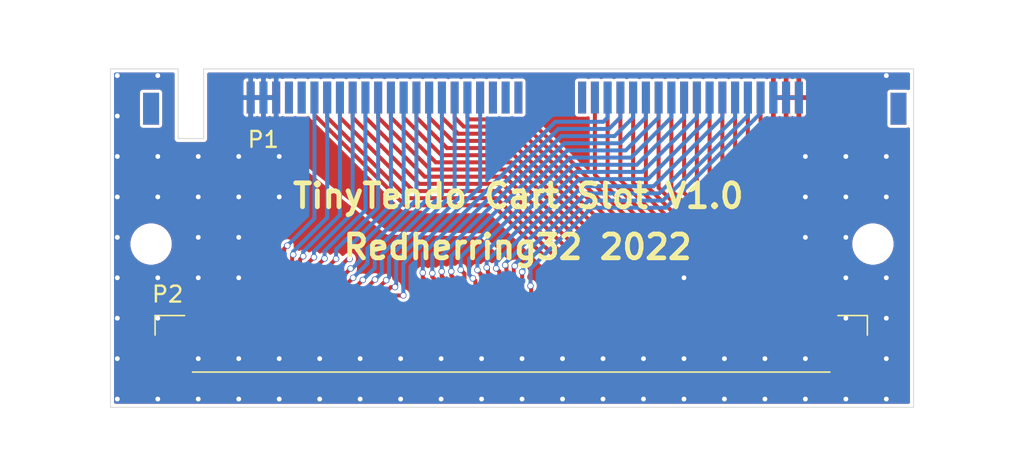
<source format=kicad_pcb>
(kicad_pcb (version 20171130) (host pcbnew "(5.1.10)-1")

  (general
    (thickness 1.6)
    (drawings 13)
    (tracks 419)
    (zones 0)
    (modules 4)
    (nets 87)
  )

  (page A4)
  (layers
    (0 F.Cu signal)
    (31 B.Cu signal)
    (32 B.Adhes user)
    (33 F.Adhes user)
    (34 B.Paste user)
    (35 F.Paste user)
    (36 B.SilkS user)
    (37 F.SilkS user)
    (38 B.Mask user)
    (39 F.Mask user)
    (40 Dwgs.User user)
    (41 Cmts.User user)
    (42 Eco1.User user)
    (43 Eco2.User user)
    (44 Edge.Cuts user)
    (45 Margin user)
    (46 B.CrtYd user)
    (47 F.CrtYd user)
    (48 B.Fab user)
    (49 F.Fab user)
  )

  (setup
    (last_trace_width 0.25)
    (user_trace_width 1)
    (trace_clearance 0.2)
    (zone_clearance 0.2)
    (zone_45_only no)
    (trace_min 0.2)
    (via_size 0.8)
    (via_drill 0.4)
    (via_min_size 0.4)
    (via_min_drill 0.3)
    (user_via 0.4 0.3)
    (uvia_size 0.3)
    (uvia_drill 0.1)
    (uvias_allowed no)
    (uvia_min_size 0.2)
    (uvia_min_drill 0.1)
    (edge_width 0.05)
    (segment_width 0.2)
    (pcb_text_width 0.3)
    (pcb_text_size 1.5 1.5)
    (mod_edge_width 0.12)
    (mod_text_size 1 1)
    (mod_text_width 0.15)
    (pad_size 1.524 1.524)
    (pad_drill 0.762)
    (pad_to_mask_clearance 0)
    (aux_axis_origin 0 0)
    (visible_elements 7FFFFFFF)
    (pcbplotparams
      (layerselection 0x010fc_ffffffff)
      (usegerberextensions false)
      (usegerberattributes true)
      (usegerberadvancedattributes true)
      (creategerberjobfile true)
      (excludeedgelayer true)
      (linewidth 0.100000)
      (plotframeref false)
      (viasonmask false)
      (mode 1)
      (useauxorigin false)
      (hpglpennumber 1)
      (hpglpenspeed 20)
      (hpglpendiameter 15.000000)
      (psnegative false)
      (psa4output false)
      (plotreference true)
      (plotvalue true)
      (plotinvisibletext false)
      (padsonsilk false)
      (subtractmaskfromsilk false)
      (outputformat 1)
      (mirror false)
      (drillshape 0)
      (scaleselection 1)
      (outputdirectory "../../Extract for gerbers/"))
  )

  (net 0 "")
  (net 1 /CPU-A7)
  (net 2 /CPU-A9)
  (net 3 /~IRQ)
  (net 4 /CPU-R~W)
  (net 5 /GND)
  (net 6 /CPU-A6)
  (net 7 "Net-(P1-Pad16)")
  (net 8 /CPU-A0)
  (net 9 /CPU-A1)
  (net 10 /CPU-A3)
  (net 11 /CPU-A4)
  (net 12 /CPU-A8)
  (net 13 /CPU-A11)
  (net 14 /CPU-A5)
  (net 15 /CPU-A10)
  (net 16 /CPU-A2)
  (net 17 "Net-(P1-Pad19)")
  (net 18 /PPU-~RD)
  (net 19 /VRAM-A10)
  (net 20 "Net-(P1-Pad20)")
  (net 21 "Net-(P1-Pad18)")
  (net 22 "Net-(P1-Pad17)")
  (net 23 /VRAM-~CE)
  (net 24 /PPU-~WE)
  (net 25 "Net-(P1-Pad55)")
  (net 26 "Net-(P1-Pad54)")
  (net 27 "Net-(P1-Pad53)")
  (net 28 "Net-(P1-Pad52)")
  (net 29 "Net-(P1-Pad51)")
  (net 30 /~ROMSEL)
  (net 31 /CPU-D0)
  (net 32 /CPU-D1)
  (net 33 /CPU-D2)
  (net 34 /CPU-D3)
  (net 35 /CPU-D4)
  (net 36 /CPU-D5)
  (net 37 /CPU-D6)
  (net 38 /CPU-D7)
  (net 39 /CPU-A14)
  (net 40 /CPU-A13)
  (net 41 /CPU-A12)
  (net 42 /M2)
  (net 43 /PPU-~A13)
  (net 44 /PPU-A7)
  (net 45 /PPU-A8)
  (net 46 /PPU-A9)
  (net 47 /PPU-A11)
  (net 48 /PPU-A10)
  (net 49 /PPU-A12)
  (net 50 /PPU-A13)
  (net 51 /PPU-D7)
  (net 52 /PPU-D6)
  (net 53 /PPU-D5)
  (net 54 /PPU-D4)
  (net 55 "Net-(P1-Pad70)")
  (net 56 "Net-(P1-Pad71)")
  (net 57 /PPU-D2)
  (net 58 /PPU-A5)
  (net 59 /PPU-A0)
  (net 60 /PPU-A6)
  (net 61 /PPU-A3)
  (net 62 /PPU-D0)
  (net 63 /PPU-D1)
  (net 64 /PPU-D3)
  (net 65 "Net-(P1-Pad34)")
  (net 66 /VCC)
  (net 67 /PPU-A1)
  (net 68 "Net-(P1-Pad35)")
  (net 69 /PPU-A4)
  (net 70 /PPU-A2)
  (net 71 "Net-(P2-Pad71)")
  (net 72 "Net-(P2-Pad70)")
  (net 73 "Net-(P2-Pad55)")
  (net 74 "Net-(P2-Pad54)")
  (net 75 "Net-(P2-Pad53)")
  (net 76 "Net-(P2-Pad52)")
  (net 77 "Net-(P2-Pad51)")
  (net 78 "Net-(P2-Pad35)")
  (net 79 "Net-(P2-Pad34)")
  (net 80 "Net-(P2-Pad20)")
  (net 81 "Net-(P2-Pad19)")
  (net 82 "Net-(P2-Pad18)")
  (net 83 "Net-(P2-Pad17)")
  (net 84 "Net-(P2-Pad16)")
  (net 85 "Net-(P1-Pad37)")
  (net 86 "Net-(P2-Pad37)")

  (net_class Default "This is the default net class."
    (clearance 0.2)
    (trace_width 0.25)
    (via_dia 0.8)
    (via_drill 0.4)
    (uvia_dia 0.3)
    (uvia_drill 0.1)
    (add_net /CPU-A0)
    (add_net /CPU-A1)
    (add_net /CPU-A10)
    (add_net /CPU-A11)
    (add_net /CPU-A12)
    (add_net /CPU-A13)
    (add_net /CPU-A14)
    (add_net /CPU-A2)
    (add_net /CPU-A3)
    (add_net /CPU-A4)
    (add_net /CPU-A5)
    (add_net /CPU-A6)
    (add_net /CPU-A7)
    (add_net /CPU-A8)
    (add_net /CPU-A9)
    (add_net /CPU-D0)
    (add_net /CPU-D1)
    (add_net /CPU-D2)
    (add_net /CPU-D3)
    (add_net /CPU-D4)
    (add_net /CPU-D5)
    (add_net /CPU-D6)
    (add_net /CPU-D7)
    (add_net /CPU-R~W)
    (add_net /GND)
    (add_net /M2)
    (add_net /PPU-A0)
    (add_net /PPU-A1)
    (add_net /PPU-A10)
    (add_net /PPU-A11)
    (add_net /PPU-A12)
    (add_net /PPU-A13)
    (add_net /PPU-A2)
    (add_net /PPU-A3)
    (add_net /PPU-A4)
    (add_net /PPU-A5)
    (add_net /PPU-A6)
    (add_net /PPU-A7)
    (add_net /PPU-A8)
    (add_net /PPU-A9)
    (add_net /PPU-D0)
    (add_net /PPU-D1)
    (add_net /PPU-D2)
    (add_net /PPU-D3)
    (add_net /PPU-D4)
    (add_net /PPU-D5)
    (add_net /PPU-D6)
    (add_net /PPU-D7)
    (add_net /PPU-~A13)
    (add_net /PPU-~RD)
    (add_net /PPU-~WE)
    (add_net /VCC)
    (add_net /VRAM-A10)
    (add_net /VRAM-~CE)
    (add_net /~IRQ)
    (add_net /~ROMSEL)
    (add_net "Net-(P1-Pad16)")
    (add_net "Net-(P1-Pad17)")
    (add_net "Net-(P1-Pad18)")
    (add_net "Net-(P1-Pad19)")
    (add_net "Net-(P1-Pad20)")
    (add_net "Net-(P1-Pad34)")
    (add_net "Net-(P1-Pad35)")
    (add_net "Net-(P1-Pad37)")
    (add_net "Net-(P1-Pad51)")
    (add_net "Net-(P1-Pad52)")
    (add_net "Net-(P1-Pad53)")
    (add_net "Net-(P1-Pad54)")
    (add_net "Net-(P1-Pad55)")
    (add_net "Net-(P1-Pad70)")
    (add_net "Net-(P1-Pad71)")
    (add_net "Net-(P2-Pad16)")
    (add_net "Net-(P2-Pad17)")
    (add_net "Net-(P2-Pad18)")
    (add_net "Net-(P2-Pad19)")
    (add_net "Net-(P2-Pad20)")
    (add_net "Net-(P2-Pad34)")
    (add_net "Net-(P2-Pad35)")
    (add_net "Net-(P2-Pad37)")
    (add_net "Net-(P2-Pad51)")
    (add_net "Net-(P2-Pad52)")
    (add_net "Net-(P2-Pad53)")
    (add_net "Net-(P2-Pad54)")
    (add_net "Net-(P2-Pad55)")
    (add_net "Net-(P2-Pad70)")
    (add_net "Net-(P2-Pad71)")
  )

  (module "TinyTendo:Cart Slot" (layer F.Cu) (tedit 613A8A98) (tstamp 613B4431)
    (at 6.25 1.8)
    (path /5D838060)
    (fp_text reference P1 (at 0.79 2.64) (layer F.SilkS)
      (effects (font (size 1 1) (thickness 0.15)))
    )
    (fp_text value "72-Pin Connector" (at 0 -2.3) (layer F.Fab)
      (effects (font (size 1 1) (thickness 0.15)))
    )
    (pad 73 connect rect (at 40.65 0.7 180) (size 1 2) (layers B.Cu B.Mask))
    (pad 73 connect rect (at -6.25 0.7 180) (size 1 2) (layers B.Cu B.Mask))
    (pad 1 smd rect (at 34.4 0) (size 0.5 2) (layers F.Cu F.Paste F.Mask)
      (net 5 /GND))
    (pad 73 connect rect (at -6.25 0.7) (size 1 2) (layers F.Cu F.Mask))
    (pad 73 connect rect (at 40.65 0.7) (size 1 2) (layers F.Cu F.Mask))
    (pad 17 smd rect (at 16.8 0) (size 0.5 2) (layers F.Cu F.Paste F.Mask)
      (net 22 "Net-(P1-Pad17)"))
    (pad 18 smd rect (at 16 0) (size 0.5 2) (layers F.Cu F.Paste F.Mask)
      (net 21 "Net-(P1-Pad18)"))
    (pad 19 smd rect (at 15.2 0) (size 0.5 2) (layers F.Cu F.Paste F.Mask)
      (net 17 "Net-(P1-Pad19)"))
    (pad 20 smd rect (at 14.4 0) (size 0.5 2) (layers F.Cu F.Paste F.Mask)
      (net 20 "Net-(P1-Pad20)"))
    (pad 21 smd rect (at 13.6 0) (size 0.5 2) (layers F.Cu F.Paste F.Mask)
      (net 18 /PPU-~RD))
    (pad 22 smd rect (at 12.8 0) (size 0.5 2) (layers F.Cu F.Paste F.Mask)
      (net 19 /VRAM-A10))
    (pad 23 smd rect (at 12 0) (size 0.5 2) (layers F.Cu F.Paste F.Mask)
      (net 60 /PPU-A6))
    (pad 24 smd rect (at 11.2 0) (size 0.5 2) (layers F.Cu F.Paste F.Mask)
      (net 58 /PPU-A5))
    (pad 25 smd rect (at 10.4 0) (size 0.5 2) (layers F.Cu F.Paste F.Mask)
      (net 69 /PPU-A4))
    (pad 26 smd rect (at 9.6 0) (size 0.5 2) (layers F.Cu F.Paste F.Mask)
      (net 61 /PPU-A3))
    (pad 27 smd rect (at 8.8 0) (size 0.5 2) (layers F.Cu F.Paste F.Mask)
      (net 70 /PPU-A2))
    (pad 28 smd rect (at 8 0) (size 0.5 2) (layers F.Cu F.Paste F.Mask)
      (net 67 /PPU-A1))
    (pad 29 smd rect (at 7.2 0) (size 0.5 2) (layers F.Cu F.Paste F.Mask)
      (net 59 /PPU-A0))
    (pad 30 smd rect (at 6.4 0) (size 0.5 2) (layers F.Cu F.Paste F.Mask)
      (net 62 /PPU-D0))
    (pad 31 smd rect (at 5.6 0) (size 0.5 2) (layers F.Cu F.Paste F.Mask)
      (net 63 /PPU-D1))
    (pad 32 smd rect (at 4.8 0) (size 0.5 2) (layers F.Cu F.Paste F.Mask)
      (net 57 /PPU-D2))
    (pad 33 smd rect (at 4 0) (size 0.5 2) (layers F.Cu F.Paste F.Mask)
      (net 64 /PPU-D3))
    (pad 34 smd rect (at 3.2 0) (size 0.5 2) (layers F.Cu F.Paste F.Mask)
      (net 65 "Net-(P1-Pad34)"))
    (pad 35 smd rect (at 2.4 0) (size 0.5 2) (layers F.Cu F.Paste F.Mask)
      (net 68 "Net-(P1-Pad35)"))
    (pad 36 smd rect (at 1.6 0) (size 0.5 2) (layers F.Cu F.Paste F.Mask)
      (net 66 /VCC))
    (pad 36 smd rect (at 0.8 0) (size 0.5 2) (layers F.Cu F.Paste F.Mask)
      (net 66 /VCC))
    (pad 36 smd rect (at 0 0) (size 0.5 2) (layers F.Cu F.Paste F.Mask)
      (net 66 /VCC))
    (pad 1 smd rect (at 33.6 0) (size 0.5 2) (layers F.Cu F.Paste F.Mask)
      (net 5 /GND))
    (pad 1 smd rect (at 32.8 0) (size 0.5 2) (layers F.Cu F.Paste F.Mask)
      (net 5 /GND))
    (pad 2 smd rect (at 32 0) (size 0.5 2) (layers F.Cu F.Paste F.Mask)
      (net 13 /CPU-A11))
    (pad 3 smd rect (at 31.2 0) (size 0.5 2) (layers F.Cu F.Paste F.Mask)
      (net 15 /CPU-A10))
    (pad 4 smd rect (at 30.4 0) (size 0.5 2) (layers F.Cu F.Paste F.Mask)
      (net 2 /CPU-A9))
    (pad 5 smd rect (at 29.6 0) (size 0.5 2) (layers F.Cu F.Paste F.Mask)
      (net 12 /CPU-A8))
    (pad 6 smd rect (at 28.8 0) (size 0.5 2) (layers F.Cu F.Paste F.Mask)
      (net 1 /CPU-A7))
    (pad 7 smd rect (at 28 0) (size 0.5 2) (layers F.Cu F.Paste F.Mask)
      (net 6 /CPU-A6))
    (pad 8 smd rect (at 27.2 0) (size 0.5 2) (layers F.Cu F.Paste F.Mask)
      (net 14 /CPU-A5))
    (pad 9 smd rect (at 26.4 0) (size 0.5 2) (layers F.Cu F.Paste F.Mask)
      (net 11 /CPU-A4))
    (pad 10 smd rect (at 25.6 0) (size 0.5 2) (layers F.Cu F.Paste F.Mask)
      (net 10 /CPU-A3))
    (pad 11 smd rect (at 24.8 0) (size 0.5 2) (layers F.Cu F.Paste F.Mask)
      (net 16 /CPU-A2))
    (pad 12 smd rect (at 24 0) (size 0.5 2) (layers F.Cu F.Paste F.Mask)
      (net 9 /CPU-A1))
    (pad 13 smd rect (at 23.2 0) (size 0.5 2) (layers F.Cu F.Paste F.Mask)
      (net 8 /CPU-A0))
    (pad 14 smd rect (at 22.4 0) (size 0.5 2) (layers F.Cu F.Paste F.Mask)
      (net 4 /CPU-R~W))
    (pad 15 smd rect (at 21.6 0) (size 0.5 2) (layers F.Cu F.Paste F.Mask)
      (net 3 /~IRQ))
    (pad 16 smd rect (at 20.8 0) (size 0.5 2) (layers F.Cu F.Paste F.Mask)
      (net 7 "Net-(P1-Pad16)"))
    (pad 37 smd rect (at 34.4 0) (size 0.5 2) (layers B.Cu B.Paste B.Mask)
      (net 85 "Net-(P1-Pad37)"))
    (pad 58 smd rect (at 12.8 0) (size 0.5 2) (layers B.Cu B.Paste B.Mask)
      (net 43 /PPU-~A13))
    (pad 54 smd rect (at 16 0) (size 0.5 2) (layers B.Cu B.Paste B.Mask)
      (net 26 "Net-(P1-Pad54)"))
    (pad 56 smd rect (at 14.4 0) (size 0.5 2) (layers B.Cu B.Paste B.Mask)
      (net 24 /PPU-~WE))
    (pad 59 smd rect (at 12 0) (size 0.5 2) (layers B.Cu B.Paste B.Mask)
      (net 44 /PPU-A7))
    (pad 60 smd rect (at 11.2 0) (size 0.5 2) (layers B.Cu B.Paste B.Mask)
      (net 45 /PPU-A8))
    (pad 63 smd rect (at 8.8 0) (size 0.5 2) (layers B.Cu B.Paste B.Mask)
      (net 48 /PPU-A10))
    (pad 66 smd rect (at 6.4 0) (size 0.5 2) (layers B.Cu B.Paste B.Mask)
      (net 51 /PPU-D7))
    (pad 67 smd rect (at 5.6 0) (size 0.5 2) (layers B.Cu B.Paste B.Mask)
      (net 52 /PPU-D6))
    (pad 62 smd rect (at 9.6 0) (size 0.5 2) (layers B.Cu B.Paste B.Mask)
      (net 47 /PPU-A11))
    (pad 68 smd rect (at 4.8 0) (size 0.5 2) (layers B.Cu B.Paste B.Mask)
      (net 53 /PPU-D5))
    (pad 69 smd rect (at 4 0) (size 0.5 2) (layers B.Cu B.Paste B.Mask)
      (net 54 /PPU-D4))
    (pad 70 smd rect (at 3.2 0) (size 0.5 2) (layers B.Cu B.Paste B.Mask)
      (net 55 "Net-(P1-Pad70)"))
    (pad 55 smd rect (at 15.2 0) (size 0.5 2) (layers B.Cu B.Paste B.Mask)
      (net 25 "Net-(P1-Pad55)"))
    (pad 53 smd rect (at 16.8 0) (size 0.5 2) (layers B.Cu B.Paste B.Mask)
      (net 27 "Net-(P1-Pad53)"))
    (pad 64 smd rect (at 8 0) (size 0.5 2) (layers B.Cu B.Paste B.Mask)
      (net 49 /PPU-A12))
    (pad 65 smd rect (at 7.2 0) (size 0.5 2) (layers B.Cu B.Paste B.Mask)
      (net 50 /PPU-A13))
    (pad 57 smd rect (at 13.6 0) (size 0.5 2) (layers B.Cu B.Paste B.Mask)
      (net 23 /VRAM-~CE))
    (pad 61 smd rect (at 10.4 0) (size 0.5 2) (layers B.Cu B.Paste B.Mask)
      (net 46 /PPU-A9))
    (pad 72 smd rect (at 0 0) (size 0.5 2) (layers B.Cu B.Paste B.Mask)
      (net 5 /GND))
    (pad 72 smd rect (at 0.8 0) (size 0.5 2) (layers B.Cu B.Paste B.Mask)
      (net 5 /GND))
    (pad 37 smd rect (at 32.8 0) (size 0.5 2) (layers B.Cu B.Paste B.Mask)
      (net 85 "Net-(P1-Pad37)"))
    (pad 71 smd rect (at 2.4 0) (size 0.5 2) (layers B.Cu B.Paste B.Mask)
      (net 56 "Net-(P1-Pad71)"))
    (pad 72 smd rect (at 1.6 0) (size 0.5 2) (layers B.Cu B.Paste B.Mask)
      (net 5 /GND))
    (pad 40 smd rect (at 30.4 0) (size 0.5 2) (layers B.Cu B.Paste B.Mask)
      (net 40 /CPU-A13))
    (pad 42 smd rect (at 28.8 0) (size 0.5 2) (layers B.Cu B.Paste B.Mask)
      (net 38 /CPU-D7))
    (pad 43 smd rect (at 28 0) (size 0.5 2) (layers B.Cu B.Paste B.Mask)
      (net 37 /CPU-D6))
    (pad 45 smd rect (at 26.4 0) (size 0.5 2) (layers B.Cu B.Paste B.Mask)
      (net 35 /CPU-D4))
    (pad 38 smd rect (at 32 0) (size 0.5 2) (layers B.Cu B.Paste B.Mask)
      (net 42 /M2))
    (pad 44 smd rect (at 27.2 0) (size 0.5 2) (layers B.Cu B.Paste B.Mask)
      (net 36 /CPU-D5))
    (pad 46 smd rect (at 25.6 0) (size 0.5 2) (layers B.Cu B.Paste B.Mask)
      (net 34 /CPU-D3))
    (pad 41 smd rect (at 29.6 0) (size 0.5 2) (layers B.Cu B.Paste B.Mask)
      (net 39 /CPU-A14))
    (pad 39 smd rect (at 31.2 0) (size 0.5 2) (layers B.Cu B.Paste B.Mask)
      (net 41 /CPU-A12))
    (pad 52 smd rect (at 20.8 0) (size 0.5 2) (layers B.Cu B.Paste B.Mask)
      (net 28 "Net-(P1-Pad52)"))
    (pad 50 smd rect (at 22.4 0) (size 0.5 2) (layers B.Cu B.Paste B.Mask)
      (net 30 /~ROMSEL))
    (pad 48 smd rect (at 24 0) (size 0.5 2) (layers B.Cu B.Paste B.Mask)
      (net 32 /CPU-D1))
    (pad 37 smd rect (at 33.6 0) (size 0.5 2) (layers B.Cu B.Paste B.Mask)
      (net 85 "Net-(P1-Pad37)"))
    (pad 49 smd rect (at 23.2 0) (size 0.5 2) (layers B.Cu B.Paste B.Mask)
      (net 31 /CPU-D0))
    (pad 47 smd rect (at 24.8 0) (size 0.5 2) (layers B.Cu B.Paste B.Mask)
      (net 33 /CPU-D2))
    (pad 51 smd rect (at 21.6 0) (size 0.5 2) (layers B.Cu B.Paste B.Mask)
      (net 29 "Net-(P1-Pad51)"))
    (model C:/Users/Redherring32/Downloads/PARTserver22021081723050100449065d0b6156e/HSEC8-140-01-S-D-EM2.stp
      (offset (xyz 17.2 5 -0.85))
      (scale (xyz 1 1 1))
      (rotate (xyz 0 0 0))
    )
  )

  (module MountingHole:MountingHole_2.2mm_M2 (layer F.Cu) (tedit 56D1B4CB) (tstamp 613B6682)
    (at 45.3 11)
    (descr "Mounting Hole 2.2mm, no annular, M2")
    (tags "mounting hole 2.2mm no annular m2")
    (attr virtual)
    (fp_text reference " " (at 0 -3.2) (layer F.SilkS)
      (effects (font (size 1 1) (thickness 0.15)))
    )
    (fp_text value MountingHole_2.2mm_M2 (at 0 3.2) (layer F.Fab)
      (effects (font (size 1 1) (thickness 0.15)))
    )
    (fp_circle (center 0 0) (end 2.45 0) (layer F.CrtYd) (width 0.05))
    (fp_circle (center 0 0) (end 2.2 0) (layer Cmts.User) (width 0.15))
    (fp_text user %R (at 0.3 0) (layer F.Fab)
      (effects (font (size 1 1) (thickness 0.15)))
    )
    (pad 1 np_thru_hole circle (at 0 0) (size 2.2 2.2) (drill 2.2) (layers *.Cu *.Mask))
  )

  (module MountingHole:MountingHole_2.2mm_M2 (layer F.Cu) (tedit 56D1B4CB) (tstamp 613B665E)
    (at 0 11)
    (descr "Mounting Hole 2.2mm, no annular, M2")
    (tags "mounting hole 2.2mm no annular m2")
    (attr virtual)
    (fp_text reference " " (at 0 -3.2) (layer F.SilkS)
      (effects (font (size 1 1) (thickness 0.15)))
    )
    (fp_text value MountingHole_2.2mm_M2 (at 0 3.2) (layer F.Fab)
      (effects (font (size 1 1) (thickness 0.15)))
    )
    (fp_circle (center 0 0) (end 2.45 0) (layer F.CrtYd) (width 0.05))
    (fp_circle (center 0 0) (end 2.2 0) (layer Cmts.User) (width 0.15))
    (fp_text user %R (at 0.3 0) (layer F.Fab)
      (effects (font (size 1 1) (thickness 0.15)))
    )
    (pad 1 np_thru_hole circle (at 0 0) (size 2.2 2.2) (drill 2.2) (layers *.Cu *.Mask))
  )

  (module SamacSys_Parts:5051108091 (layer F.Cu) (tedit 605DFA78) (tstamp 613B3A8A)
    (at 22.6 17.72)
    (descr 505110-8091-2)
    (tags Connector)
    (path /613EE4AA)
    (attr smd)
    (fp_text reference P2 (at -21.56 -3.56) (layer F.SilkS)
      (effects (font (size 1 1) (thickness 0.15)))
    )
    (fp_text value "72-Pin Connector" (at 0 -0.15) (layer F.SilkS) hide
      (effects (font (size 1.27 1.27) (thickness 0.254)))
    )
    (fp_line (start -20 1.325) (end 20 1.325) (layer F.SilkS) (width 0.1))
    (fp_line (start -22.35 -2.225) (end -22.35 -1) (layer F.SilkS) (width 0.1))
    (fp_line (start -20.5 -2.225) (end -22.35 -2.225) (layer F.SilkS) (width 0.1))
    (fp_line (start 22.35 -2.225) (end 22.35 -1) (layer F.SilkS) (width 0.1))
    (fp_line (start 20.5 -2.225) (end 22.35 -2.225) (layer F.SilkS) (width 0.1))
    (fp_line (start -23.55 3.125) (end -23.55 -3.425) (layer F.CrtYd) (width 0.1))
    (fp_line (start 23.55 3.125) (end -23.55 3.125) (layer F.CrtYd) (width 0.1))
    (fp_line (start 23.55 -3.425) (end 23.55 3.125) (layer F.CrtYd) (width 0.1))
    (fp_line (start -23.55 -3.425) (end 23.55 -3.425) (layer F.CrtYd) (width 0.1))
    (fp_line (start -21.55 2.625) (end -21.55 1.325) (layer F.Fab) (width 0.2))
    (fp_line (start 21.55 2.625) (end -21.55 2.625) (layer F.Fab) (width 0.2))
    (fp_line (start 21.55 1.325) (end 21.55 2.625) (layer F.Fab) (width 0.2))
    (fp_line (start -21.55 1.325) (end 21.55 1.325) (layer F.Fab) (width 0.2))
    (fp_line (start -22.35 -2.625) (end -22.35 -2.225) (layer F.Fab) (width 0.2))
    (fp_line (start -21.95 -2.625) (end -22.35 -2.625) (layer F.Fab) (width 0.2))
    (fp_line (start -21.95 -2.225) (end -21.95 -2.625) (layer F.Fab) (width 0.2))
    (fp_line (start -22.35 -2.225) (end -21.95 -2.225) (layer F.Fab) (width 0.2))
    (fp_line (start 22.35 -2.625) (end 22.35 -2.225) (layer F.Fab) (width 0.2))
    (fp_line (start 21.95 -2.625) (end 22.35 -2.625) (layer F.Fab) (width 0.2))
    (fp_line (start 21.95 -2.225) (end 21.95 -2.625) (layer F.Fab) (width 0.2))
    (fp_line (start 22.35 -2.225) (end 21.95 -2.225) (layer F.Fab) (width 0.2))
    (fp_line (start -22.35 1.325) (end -22.35 -2.225) (layer F.Fab) (width 0.2))
    (fp_line (start 22.35 1.325) (end -22.35 1.325) (layer F.Fab) (width 0.2))
    (fp_line (start 22.35 -2.225) (end 22.35 1.325) (layer F.Fab) (width 0.2))
    (fp_line (start -22.35 -2.225) (end 22.35 -2.225) (layer F.Fab) (width 0.2))
    (fp_text user %R (at 0 -0.15) (layer F.Fab)
      (effects (font (size 1.27 1.27) (thickness 0.254)))
    )
    (pad MP2 smd rect (at -22.05 0.275 90) (size 1.3 2) (layers F.Cu F.Paste F.Mask))
    (pad MP1 smd rect (at 22.05 0.275 90) (size 1.3 2) (layers F.Cu F.Paste F.Mask))
    (pad 80 smd rect (at -19.75 -2.425) (size 0.3 1) (layers F.Cu F.Paste F.Mask))
    (pad 79 smd rect (at -19.25 -2.425) (size 0.3 1) (layers F.Cu F.Paste F.Mask))
    (pad 78 smd rect (at -18.75 -2.425) (size 0.3 1) (layers F.Cu F.Paste F.Mask))
    (pad 77 smd rect (at -18.25 -2.425) (size 0.3 1) (layers F.Cu F.Paste F.Mask))
    (pad 76 smd rect (at -17.75 -2.425) (size 0.3 1) (layers F.Cu F.Paste F.Mask))
    (pad 75 smd rect (at -17.25 -2.425) (size 0.3 1) (layers F.Cu F.Paste F.Mask))
    (pad 74 smd rect (at -16.75 -2.425) (size 0.3 1) (layers F.Cu F.Paste F.Mask))
    (pad 73 smd rect (at -16.25 -2.425) (size 0.3 1) (layers F.Cu F.Paste F.Mask))
    (pad 72 smd rect (at -15.75 -2.425) (size 0.3 1) (layers F.Cu F.Paste F.Mask)
      (net 5 /GND))
    (pad 71 smd rect (at -15.25 -2.425) (size 0.3 1) (layers F.Cu F.Paste F.Mask)
      (net 71 "Net-(P2-Pad71)"))
    (pad 70 smd rect (at -14.75 -2.425) (size 0.3 1) (layers F.Cu F.Paste F.Mask)
      (net 72 "Net-(P2-Pad70)"))
    (pad 69 smd rect (at -14.25 -2.425) (size 0.3 1) (layers F.Cu F.Paste F.Mask)
      (net 54 /PPU-D4))
    (pad 68 smd rect (at -13.75 -2.425) (size 0.3 1) (layers F.Cu F.Paste F.Mask)
      (net 53 /PPU-D5))
    (pad 67 smd rect (at -13.25 -2.425) (size 0.3 1) (layers F.Cu F.Paste F.Mask)
      (net 52 /PPU-D6))
    (pad 66 smd rect (at -12.75 -2.425) (size 0.3 1) (layers F.Cu F.Paste F.Mask)
      (net 51 /PPU-D7))
    (pad 65 smd rect (at -12.25 -2.425) (size 0.3 1) (layers F.Cu F.Paste F.Mask)
      (net 50 /PPU-A13))
    (pad 64 smd rect (at -11.75 -2.425) (size 0.3 1) (layers F.Cu F.Paste F.Mask)
      (net 49 /PPU-A12))
    (pad 63 smd rect (at -11.25 -2.425) (size 0.3 1) (layers F.Cu F.Paste F.Mask)
      (net 48 /PPU-A10))
    (pad 62 smd rect (at -10.75 -2.425) (size 0.3 1) (layers F.Cu F.Paste F.Mask)
      (net 47 /PPU-A11))
    (pad 61 smd rect (at -10.25 -2.425) (size 0.3 1) (layers F.Cu F.Paste F.Mask)
      (net 46 /PPU-A9))
    (pad 60 smd rect (at -9.75 -2.425) (size 0.3 1) (layers F.Cu F.Paste F.Mask)
      (net 45 /PPU-A8))
    (pad 59 smd rect (at -9.25 -2.425) (size 0.3 1) (layers F.Cu F.Paste F.Mask)
      (net 44 /PPU-A7))
    (pad 58 smd rect (at -8.75 -2.425) (size 0.3 1) (layers F.Cu F.Paste F.Mask)
      (net 43 /PPU-~A13))
    (pad 57 smd rect (at -8.25 -2.425) (size 0.3 1) (layers F.Cu F.Paste F.Mask)
      (net 23 /VRAM-~CE))
    (pad 56 smd rect (at -7.75 -2.425) (size 0.3 1) (layers F.Cu F.Paste F.Mask)
      (net 24 /PPU-~WE))
    (pad 55 smd rect (at -7.25 -2.425) (size 0.3 1) (layers F.Cu F.Paste F.Mask)
      (net 73 "Net-(P2-Pad55)"))
    (pad 54 smd rect (at -6.75 -2.425) (size 0.3 1) (layers F.Cu F.Paste F.Mask)
      (net 74 "Net-(P2-Pad54)"))
    (pad 53 smd rect (at -6.25 -2.425) (size 0.3 1) (layers F.Cu F.Paste F.Mask)
      (net 75 "Net-(P2-Pad53)"))
    (pad 52 smd rect (at -5.75 -2.425) (size 0.3 1) (layers F.Cu F.Paste F.Mask)
      (net 76 "Net-(P2-Pad52)"))
    (pad 51 smd rect (at -5.25 -2.425) (size 0.3 1) (layers F.Cu F.Paste F.Mask)
      (net 77 "Net-(P2-Pad51)"))
    (pad 50 smd rect (at -4.75 -2.425) (size 0.3 1) (layers F.Cu F.Paste F.Mask)
      (net 30 /~ROMSEL))
    (pad 49 smd rect (at -4.25 -2.425) (size 0.3 1) (layers F.Cu F.Paste F.Mask)
      (net 31 /CPU-D0))
    (pad 48 smd rect (at -3.75 -2.425) (size 0.3 1) (layers F.Cu F.Paste F.Mask)
      (net 32 /CPU-D1))
    (pad 47 smd rect (at -3.25 -2.425) (size 0.3 1) (layers F.Cu F.Paste F.Mask)
      (net 33 /CPU-D2))
    (pad 46 smd rect (at -2.75 -2.425) (size 0.3 1) (layers F.Cu F.Paste F.Mask)
      (net 34 /CPU-D3))
    (pad 45 smd rect (at -2.25 -2.425) (size 0.3 1) (layers F.Cu F.Paste F.Mask)
      (net 35 /CPU-D4))
    (pad 44 smd rect (at -1.75 -2.425) (size 0.3 1) (layers F.Cu F.Paste F.Mask)
      (net 36 /CPU-D5))
    (pad 43 smd rect (at -1.25 -2.425) (size 0.3 1) (layers F.Cu F.Paste F.Mask)
      (net 37 /CPU-D6))
    (pad 42 smd rect (at -0.75 -2.425) (size 0.3 1) (layers F.Cu F.Paste F.Mask)
      (net 38 /CPU-D7))
    (pad 41 smd rect (at -0.25 -2.425) (size 0.3 1) (layers F.Cu F.Paste F.Mask)
      (net 39 /CPU-A14))
    (pad 40 smd rect (at 0.25 -2.425) (size 0.3 1) (layers F.Cu F.Paste F.Mask)
      (net 40 /CPU-A13))
    (pad 39 smd rect (at 0.75 -2.425) (size 0.3 1) (layers F.Cu F.Paste F.Mask)
      (net 41 /CPU-A12))
    (pad 38 smd rect (at 1.25 -2.425) (size 0.3 1) (layers F.Cu F.Paste F.Mask)
      (net 42 /M2))
    (pad 37 smd rect (at 1.75 -2.425) (size 0.3 1) (layers F.Cu F.Paste F.Mask)
      (net 86 "Net-(P2-Pad37)"))
    (pad 36 smd rect (at 2.25 -2.425) (size 0.3 1) (layers F.Cu F.Paste F.Mask)
      (net 66 /VCC))
    (pad 35 smd rect (at 2.75 -2.425) (size 0.3 1) (layers F.Cu F.Paste F.Mask)
      (net 78 "Net-(P2-Pad35)"))
    (pad 34 smd rect (at 3.25 -2.425) (size 0.3 1) (layers F.Cu F.Paste F.Mask)
      (net 79 "Net-(P2-Pad34)"))
    (pad 33 smd rect (at 3.75 -2.425) (size 0.3 1) (layers F.Cu F.Paste F.Mask)
      (net 64 /PPU-D3))
    (pad 32 smd rect (at 4.25 -2.425) (size 0.3 1) (layers F.Cu F.Paste F.Mask)
      (net 57 /PPU-D2))
    (pad 31 smd rect (at 4.75 -2.425) (size 0.3 1) (layers F.Cu F.Paste F.Mask)
      (net 63 /PPU-D1))
    (pad 30 smd rect (at 5.25 -2.425) (size 0.3 1) (layers F.Cu F.Paste F.Mask)
      (net 62 /PPU-D0))
    (pad 29 smd rect (at 5.75 -2.425) (size 0.3 1) (layers F.Cu F.Paste F.Mask)
      (net 59 /PPU-A0))
    (pad 28 smd rect (at 6.25 -2.425) (size 0.3 1) (layers F.Cu F.Paste F.Mask)
      (net 67 /PPU-A1))
    (pad 27 smd rect (at 6.75 -2.425) (size 0.3 1) (layers F.Cu F.Paste F.Mask)
      (net 70 /PPU-A2))
    (pad 26 smd rect (at 7.25 -2.425) (size 0.3 1) (layers F.Cu F.Paste F.Mask)
      (net 61 /PPU-A3))
    (pad 25 smd rect (at 7.75 -2.425) (size 0.3 1) (layers F.Cu F.Paste F.Mask)
      (net 69 /PPU-A4))
    (pad 24 smd rect (at 8.25 -2.425) (size 0.3 1) (layers F.Cu F.Paste F.Mask)
      (net 58 /PPU-A5))
    (pad 23 smd rect (at 8.75 -2.425) (size 0.3 1) (layers F.Cu F.Paste F.Mask)
      (net 60 /PPU-A6))
    (pad 22 smd rect (at 9.25 -2.425) (size 0.3 1) (layers F.Cu F.Paste F.Mask)
      (net 19 /VRAM-A10))
    (pad 21 smd rect (at 9.75 -2.425) (size 0.3 1) (layers F.Cu F.Paste F.Mask)
      (net 18 /PPU-~RD))
    (pad 20 smd rect (at 10.25 -2.425) (size 0.3 1) (layers F.Cu F.Paste F.Mask)
      (net 80 "Net-(P2-Pad20)"))
    (pad 19 smd rect (at 10.75 -2.425) (size 0.3 1) (layers F.Cu F.Paste F.Mask)
      (net 81 "Net-(P2-Pad19)"))
    (pad 18 smd rect (at 11.25 -2.425) (size 0.3 1) (layers F.Cu F.Paste F.Mask)
      (net 82 "Net-(P2-Pad18)"))
    (pad 17 smd rect (at 11.75 -2.425) (size 0.3 1) (layers F.Cu F.Paste F.Mask)
      (net 83 "Net-(P2-Pad17)"))
    (pad 16 smd rect (at 12.25 -2.425) (size 0.3 1) (layers F.Cu F.Paste F.Mask)
      (net 84 "Net-(P2-Pad16)"))
    (pad 15 smd rect (at 12.75 -2.425) (size 0.3 1) (layers F.Cu F.Paste F.Mask)
      (net 3 /~IRQ))
    (pad 14 smd rect (at 13.25 -2.425) (size 0.3 1) (layers F.Cu F.Paste F.Mask)
      (net 4 /CPU-R~W))
    (pad 13 smd rect (at 13.75 -2.425) (size 0.3 1) (layers F.Cu F.Paste F.Mask)
      (net 8 /CPU-A0))
    (pad 12 smd rect (at 14.25 -2.425) (size 0.3 1) (layers F.Cu F.Paste F.Mask)
      (net 9 /CPU-A1))
    (pad 11 smd rect (at 14.75 -2.425) (size 0.3 1) (layers F.Cu F.Paste F.Mask)
      (net 16 /CPU-A2))
    (pad 10 smd rect (at 15.25 -2.425) (size 0.3 1) (layers F.Cu F.Paste F.Mask)
      (net 10 /CPU-A3))
    (pad 9 smd rect (at 15.75 -2.425) (size 0.3 1) (layers F.Cu F.Paste F.Mask)
      (net 11 /CPU-A4))
    (pad 8 smd rect (at 16.25 -2.425) (size 0.3 1) (layers F.Cu F.Paste F.Mask)
      (net 14 /CPU-A5))
    (pad 7 smd rect (at 16.75 -2.425) (size 0.3 1) (layers F.Cu F.Paste F.Mask)
      (net 6 /CPU-A6))
    (pad 6 smd rect (at 17.25 -2.425) (size 0.3 1) (layers F.Cu F.Paste F.Mask)
      (net 1 /CPU-A7))
    (pad 5 smd rect (at 17.75 -2.425) (size 0.3 1) (layers F.Cu F.Paste F.Mask)
      (net 12 /CPU-A8))
    (pad 4 smd rect (at 18.25 -2.425) (size 0.3 1) (layers F.Cu F.Paste F.Mask)
      (net 2 /CPU-A9))
    (pad 3 smd rect (at 18.75 -2.425) (size 0.3 1) (layers F.Cu F.Paste F.Mask)
      (net 15 /CPU-A10))
    (pad 2 smd rect (at 19.25 -2.425) (size 0.3 1) (layers F.Cu F.Paste F.Mask)
      (net 13 /CPU-A11))
    (pad 1 smd rect (at 19.75 -2.425) (size 0.3 1) (layers F.Cu F.Paste F.Mask)
      (net 5 /GND))
    (model ${KIPRJMOD}/5051108091.stp
      (at (xyz 0 0 0))
      (scale (xyz 1 1 1))
      (rotate (xyz 0 0 0))
    )
    (model K:/Users/Redherring32/Desktop/TinyTendo/5051108091.stp
      (offset (xyz 0 1.5 0))
      (scale (xyz 1 1 1))
      (rotate (xyz -90 0 0))
    )
  )

  (gr_text "Redherring32 2022\n" (at 23 11.19) (layer F.SilkS)
    (effects (font (size 1.5 1.5) (thickness 0.3)))
  )
  (gr_text "TinyTendo Cart Slot V1.0" (at 23.04 7.98) (layer F.SilkS)
    (effects (font (size 1.5 1.5) (thickness 0.3)))
  )
  (gr_line (start 42 0) (end 43.6 0) (layer Edge.Cuts) (width 0.05) (tstamp 613B8EC7))
  (gr_line (start 47.85 21.26) (end 47.85 0) (layer Edge.Cuts) (width 0.05) (tstamp 613B46C5))
  (gr_line (start -2.55 21.26) (end 47.85 21.26) (layer Edge.Cuts) (width 0.05))
  (gr_line (start -2.55 0) (end -2.55 21.26) (layer Edge.Cuts) (width 0.05))
  (gr_line (start 42 0) (end 3.3 0) (layer Edge.Cuts) (width 0.05) (tstamp 613B38F4))
  (gr_line (start 47.85 0) (end 43.6 0) (layer Edge.Cuts) (width 0.05) (tstamp 613B38B7))
  (gr_line (start -2.55 0) (end 1.7 0) (layer Edge.Cuts) (width 0.05) (tstamp 613B38B2))
  (gr_line (start 3.3 4.374) (end 3.3 0) (layer Edge.Cuts) (width 0.05))
  (gr_line (start 1.7 4.375) (end 3.3 4.374) (layer Edge.Cuts) (width 0.05))
  (gr_line (start 1.7 4.37) (end 1.7 4.375) (layer Edge.Cuts) (width 0.05))
  (gr_line (start 1.7 0) (end 1.7 4.37) (layer Edge.Cuts) (width 0.05))

  (segment (start 39.85 15.295) (end 39.85 12.92231) (width 0.25) (layer F.Cu) (net 1))
  (segment (start 35.05 8.12231) (end 35.05 1.8) (width 0.25) (layer F.Cu) (net 1))
  (segment (start 39.85 12.92231) (end 35.05 8.12231) (width 0.25) (layer F.Cu) (net 1))
  (segment (start 40.85 15.295) (end 40.85 12.64949) (width 0.25) (layer F.Cu) (net 2))
  (segment (start 36.65 8.44949) (end 36.65 1.8) (width 0.25) (layer F.Cu) (net 2))
  (segment (start 40.85 12.64949) (end 36.65 8.44949) (width 0.25) (layer F.Cu) (net 2))
  (segment (start 35.35 15.295) (end 35.35 14.15) (width 0.25) (layer F.Cu) (net 3))
  (segment (start 27.85 6.65) (end 27.85 1.8) (width 0.25) (layer F.Cu) (net 3))
  (segment (start 35.35 14.15) (end 27.85 6.65) (width 0.25) (layer F.Cu) (net 3))
  (segment (start 35.85 15.295) (end 35.85 14.01359) (width 0.25) (layer F.Cu) (net 4))
  (segment (start 28.65 6.81359) (end 28.65 1.8) (width 0.25) (layer F.Cu) (net 4))
  (segment (start 35.85 14.01359) (end 28.65 6.81359) (width 0.25) (layer F.Cu) (net 4))
  (via (at -2.12 0.42) (size 0.4) (drill 0.3) (layers F.Cu B.Cu) (net 5))
  (via (at 0.42 0.42) (size 0.4) (drill 0.3) (layers F.Cu B.Cu) (net 5) (tstamp 613B66A7))
  (via (at 46.14 0.42) (size 0.4) (drill 0.3) (layers F.Cu B.Cu) (net 5) (tstamp 613B66CB))
  (via (at -2.12 2.96) (size 0.4) (drill 0.3) (layers F.Cu B.Cu) (net 5) (tstamp 613B66E1))
  (via (at -2.12 5.5) (size 0.4) (drill 0.3) (layers F.Cu B.Cu) (net 5) (tstamp 613B671D))
  (via (at 0.42 5.5) (size 0.4) (drill 0.3) (layers F.Cu B.Cu) (net 5) (tstamp 613B671F))
  (via (at 2.96 5.5) (size 0.4) (drill 0.3) (layers F.Cu B.Cu) (net 5) (tstamp 613B6721))
  (via (at 5.5 5.5) (size 0.4) (drill 0.3) (layers F.Cu B.Cu) (net 5) (tstamp 613B6723))
  (via (at 8.04 5.5) (size 0.4) (drill 0.3) (layers F.Cu B.Cu) (net 5) (tstamp 613B6725))
  (via (at 41.06 5.5) (size 0.4) (drill 0.3) (layers F.Cu B.Cu) (net 5) (tstamp 613B673F))
  (via (at 43.6 5.5) (size 0.4) (drill 0.3) (layers F.Cu B.Cu) (net 5) (tstamp 613B6741))
  (via (at 46.14 5.5) (size 0.4) (drill 0.3) (layers F.Cu B.Cu) (net 5) (tstamp 613B6743))
  (via (at -2.12 8.04) (size 0.4) (drill 0.3) (layers F.Cu B.Cu) (net 5) (tstamp 613B6759))
  (via (at 0.42 8.04) (size 0.4) (drill 0.3) (layers F.Cu B.Cu) (net 5) (tstamp 613B675B))
  (via (at 2.96 8.04) (size 0.4) (drill 0.3) (layers F.Cu B.Cu) (net 5) (tstamp 613B675D))
  (via (at 5.5 8.04) (size 0.4) (drill 0.3) (layers F.Cu B.Cu) (net 5) (tstamp 613B675F))
  (via (at 8.04 8.04) (size 0.4) (drill 0.3) (layers F.Cu B.Cu) (net 5) (tstamp 613B6761))
  (via (at 41.06 8.04) (size 0.4) (drill 0.3) (layers F.Cu B.Cu) (net 5) (tstamp 613B677B))
  (via (at 43.6 8.04) (size 0.4) (drill 0.3) (layers F.Cu B.Cu) (net 5) (tstamp 613B677D))
  (via (at 46.14 8.04) (size 0.4) (drill 0.3) (layers F.Cu B.Cu) (net 5) (tstamp 613B677F))
  (via (at -2.12 10.58) (size 0.4) (drill 0.3) (layers F.Cu B.Cu) (net 5) (tstamp 613B6795))
  (via (at 2.96 10.58) (size 0.4) (drill 0.3) (layers F.Cu B.Cu) (net 5) (tstamp 613B6799))
  (via (at 5.5 10.58) (size 0.4) (drill 0.3) (layers F.Cu B.Cu) (net 5) (tstamp 613B679B))
  (via (at 41.06 10.58) (size 0.4) (drill 0.3) (layers F.Cu B.Cu) (net 5) (tstamp 613B67B7))
  (via (at 43.6 10.58) (size 0.4) (drill 0.3) (layers F.Cu B.Cu) (net 5) (tstamp 613B67B9))
  (via (at -2.12 13.12) (size 0.4) (drill 0.3) (layers F.Cu B.Cu) (net 5) (tstamp 613B67D1))
  (via (at 0.42 13.12) (size 0.4) (drill 0.3) (layers F.Cu B.Cu) (net 5) (tstamp 613B67D3))
  (via (at 2.96 13.12) (size 0.4) (drill 0.3) (layers F.Cu B.Cu) (net 5) (tstamp 613B67D5))
  (via (at 5.5 13.12) (size 0.4) (drill 0.3) (layers F.Cu B.Cu) (net 5) (tstamp 613B67D7))
  (via (at 33.44 13.12) (size 0.4) (drill 0.3) (layers F.Cu B.Cu) (net 5) (tstamp 613B67ED))
  (via (at 43.6 13.12) (size 0.4) (drill 0.3) (layers F.Cu B.Cu) (net 5) (tstamp 613B67F5))
  (via (at 46.14 13.12) (size 0.4) (drill 0.3) (layers F.Cu B.Cu) (net 5) (tstamp 613B67F7))
  (via (at -2.12 15.66) (size 0.4) (drill 0.3) (layers F.Cu B.Cu) (net 5) (tstamp 613B680D))
  (via (at 0.42 15.66) (size 0.4) (drill 0.3) (layers F.Cu B.Cu) (net 5) (tstamp 613B680F))
  (via (at 43.6 15.66) (size 0.4) (drill 0.3) (layers F.Cu B.Cu) (net 5) (tstamp 613B6831))
  (via (at 46.14 15.66) (size 0.4) (drill 0.3) (layers F.Cu B.Cu) (net 5) (tstamp 613B6833))
  (via (at -2.12 18.2) (size 0.4) (drill 0.3) (layers F.Cu B.Cu) (net 5) (tstamp 613B6849))
  (via (at 2.96 18.2) (size 0.4) (drill 0.3) (layers F.Cu B.Cu) (net 5) (tstamp 613B684D))
  (via (at 5.5 18.2) (size 0.4) (drill 0.3) (layers F.Cu B.Cu) (net 5) (tstamp 613B684F))
  (via (at 8.04 18.2) (size 0.4) (drill 0.3) (layers F.Cu B.Cu) (net 5) (tstamp 613B6851))
  (via (at 10.58 18.2) (size 0.4) (drill 0.3) (layers F.Cu B.Cu) (net 5) (tstamp 613B6853))
  (via (at 13.12 18.2) (size 0.4) (drill 0.3) (layers F.Cu B.Cu) (net 5) (tstamp 613B6855))
  (via (at 15.66 18.2) (size 0.4) (drill 0.3) (layers F.Cu B.Cu) (net 5) (tstamp 613B6857))
  (via (at 18.2 18.2) (size 0.4) (drill 0.3) (layers F.Cu B.Cu) (net 5) (tstamp 613B6859))
  (via (at 20.74 18.2) (size 0.4) (drill 0.3) (layers F.Cu B.Cu) (net 5) (tstamp 613B685B))
  (via (at 23.28 18.2) (size 0.4) (drill 0.3) (layers F.Cu B.Cu) (net 5) (tstamp 613B685D))
  (via (at 25.82 18.2) (size 0.4) (drill 0.3) (layers F.Cu B.Cu) (net 5) (tstamp 613B685F))
  (via (at 28.36 18.2) (size 0.4) (drill 0.3) (layers F.Cu B.Cu) (net 5) (tstamp 613B6861))
  (via (at 30.9 18.2) (size 0.4) (drill 0.3) (layers F.Cu B.Cu) (net 5) (tstamp 613B6863))
  (via (at 33.44 18.2) (size 0.4) (drill 0.3) (layers F.Cu B.Cu) (net 5) (tstamp 613B6865))
  (via (at 35.98 18.2) (size 0.4) (drill 0.3) (layers F.Cu B.Cu) (net 5) (tstamp 613B6867))
  (via (at 38.52 18.2) (size 0.4) (drill 0.3) (layers F.Cu B.Cu) (net 5) (tstamp 613B6869))
  (via (at 41.06 18.2) (size 0.4) (drill 0.3) (layers F.Cu B.Cu) (net 5) (tstamp 613B686B))
  (via (at 46.14 18.2) (size 0.4) (drill 0.3) (layers F.Cu B.Cu) (net 5) (tstamp 613B686F))
  (via (at -2.12 20.74) (size 0.4) (drill 0.3) (layers F.Cu B.Cu) (net 5) (tstamp 613B6885))
  (via (at 0.42 20.74) (size 0.4) (drill 0.3) (layers F.Cu B.Cu) (net 5) (tstamp 613B6887))
  (via (at 2.96 20.74) (size 0.4) (drill 0.3) (layers F.Cu B.Cu) (net 5) (tstamp 613B6889))
  (via (at 5.5 20.74) (size 0.4) (drill 0.3) (layers F.Cu B.Cu) (net 5) (tstamp 613B688B))
  (via (at 8.04 20.74) (size 0.4) (drill 0.3) (layers F.Cu B.Cu) (net 5) (tstamp 613B688D))
  (via (at 10.58 20.74) (size 0.4) (drill 0.3) (layers F.Cu B.Cu) (net 5) (tstamp 613B688F))
  (via (at 13.12 20.74) (size 0.4) (drill 0.3) (layers F.Cu B.Cu) (net 5) (tstamp 613B6891))
  (via (at 15.66 20.74) (size 0.4) (drill 0.3) (layers F.Cu B.Cu) (net 5) (tstamp 613B6893))
  (via (at 18.2 20.74) (size 0.4) (drill 0.3) (layers F.Cu B.Cu) (net 5) (tstamp 613B6895))
  (via (at 20.74 20.74) (size 0.4) (drill 0.3) (layers F.Cu B.Cu) (net 5) (tstamp 613B6897))
  (via (at 23.28 20.74) (size 0.4) (drill 0.3) (layers F.Cu B.Cu) (net 5) (tstamp 613B6899))
  (via (at 25.82 20.74) (size 0.4) (drill 0.3) (layers F.Cu B.Cu) (net 5) (tstamp 613B689B))
  (via (at 28.36 20.74) (size 0.4) (drill 0.3) (layers F.Cu B.Cu) (net 5) (tstamp 613B689D))
  (via (at 30.9 20.74) (size 0.4) (drill 0.3) (layers F.Cu B.Cu) (net 5) (tstamp 613B689F))
  (via (at 33.44 20.74) (size 0.4) (drill 0.3) (layers F.Cu B.Cu) (net 5) (tstamp 613B68A1))
  (via (at 35.98 20.74) (size 0.4) (drill 0.3) (layers F.Cu B.Cu) (net 5) (tstamp 613B68A3))
  (via (at 38.52 20.74) (size 0.4) (drill 0.3) (layers F.Cu B.Cu) (net 5) (tstamp 613B68A5))
  (via (at 41.06 20.74) (size 0.4) (drill 0.3) (layers F.Cu B.Cu) (net 5) (tstamp 613B68A7))
  (via (at 43.6 20.74) (size 0.4) (drill 0.3) (layers F.Cu B.Cu) (net 5) (tstamp 613B68A9))
  (via (at 46.14 20.74) (size 0.4) (drill 0.3) (layers F.Cu B.Cu) (net 5) (tstamp 613B68AB))
  (segment (start 39.30001 14.52001) (end 39.300009 13.008729) (width 0.25) (layer F.Cu) (net 6))
  (segment (start 39.35 14.57) (end 39.30001 14.52001) (width 0.25) (layer F.Cu) (net 6))
  (segment (start 39.35 15.295) (end 39.35 14.57) (width 0.25) (layer F.Cu) (net 6))
  (segment (start 34.25 7.95872) (end 34.25 1.8) (width 0.25) (layer F.Cu) (net 6))
  (segment (start 39.300009 13.008729) (end 34.25 7.95872) (width 0.25) (layer F.Cu) (net 6))
  (segment (start 36.35 15.295) (end 36.35 13.87718) (width 0.25) (layer F.Cu) (net 8))
  (segment (start 29.45 6.97718) (end 29.45 1.8) (width 0.25) (layer F.Cu) (net 8))
  (segment (start 36.35 13.87718) (end 29.45 6.97718) (width 0.25) (layer F.Cu) (net 8))
  (segment (start 36.80001 14.47001) (end 36.800009 13.690779) (width 0.25) (layer F.Cu) (net 9))
  (segment (start 36.85 14.52) (end 36.80001 14.47001) (width 0.25) (layer F.Cu) (net 9))
  (segment (start 36.85 15.295) (end 36.85 14.52) (width 0.25) (layer F.Cu) (net 9))
  (segment (start 30.25 7.14077) (end 30.25 1.8) (width 0.25) (layer F.Cu) (net 9))
  (segment (start 36.800009 13.690779) (end 30.25 7.14077) (width 0.25) (layer F.Cu) (net 9))
  (segment (start 37.85 15.295) (end 37.85 13.46795) (width 0.25) (layer F.Cu) (net 10))
  (segment (start 31.85 7.46795) (end 31.85 1.8) (width 0.25) (layer F.Cu) (net 10))
  (segment (start 37.85 13.46795) (end 31.85 7.46795) (width 0.25) (layer F.Cu) (net 10))
  (segment (start 38.30001 14.15001) (end 38.300009 13.281549) (width 0.25) (layer F.Cu) (net 11))
  (segment (start 38.35 14.2) (end 38.30001 14.15001) (width 0.25) (layer F.Cu) (net 11))
  (segment (start 38.35 15.295) (end 38.35 14.2) (width 0.25) (layer F.Cu) (net 11))
  (segment (start 32.65 7.63154) (end 32.65 1.8) (width 0.25) (layer F.Cu) (net 11))
  (segment (start 38.300009 13.281549) (end 32.65 7.63154) (width 0.25) (layer F.Cu) (net 11))
  (segment (start 40.35 15.295) (end 40.35 12.7859) (width 0.25) (layer F.Cu) (net 12))
  (segment (start 35.85 8.2859) (end 35.85 1.8) (width 0.25) (layer F.Cu) (net 12))
  (segment (start 40.35 12.7859) (end 35.85 8.2859) (width 0.25) (layer F.Cu) (net 12))
  (segment (start 41.85 15.295) (end 41.85 12.37667) (width 0.25) (layer F.Cu) (net 13))
  (segment (start 38.25 8.77667) (end 38.25 1.8) (width 0.25) (layer F.Cu) (net 13))
  (segment (start 41.85 12.37667) (end 38.25 8.77667) (width 0.25) (layer F.Cu) (net 13))
  (segment (start 38.85 15.295) (end 38.85 13.19513) (width 0.25) (layer F.Cu) (net 14))
  (segment (start 33.45 7.79513) (end 33.45 1.8) (width 0.25) (layer F.Cu) (net 14))
  (segment (start 38.85 13.19513) (end 33.45 7.79513) (width 0.25) (layer F.Cu) (net 14))
  (segment (start 41.35 15.295) (end 41.35 12.51308) (width 0.25) (layer F.Cu) (net 15))
  (segment (start 37.45 8.61308) (end 37.45 1.8) (width 0.25) (layer F.Cu) (net 15))
  (segment (start 41.35 12.51308) (end 37.45 8.61308) (width 0.25) (layer F.Cu) (net 15))
  (segment (start 37.30001 14.52001) (end 37.30001 13.55437) (width 0.25) (layer F.Cu) (net 16))
  (segment (start 37.35 14.57) (end 37.30001 14.52001) (width 0.25) (layer F.Cu) (net 16))
  (segment (start 37.35 15.295) (end 37.35 14.57) (width 0.25) (layer F.Cu) (net 16))
  (segment (start 31.05 7.30436) (end 31.05 1.8) (width 0.25) (layer F.Cu) (net 16))
  (segment (start 37.30001 13.55437) (end 31.05 7.30436) (width 0.25) (layer F.Cu) (net 16))
  (segment (start 19.85 3.05) (end 19.85 1.8) (width 0.25) (layer F.Cu) (net 18))
  (segment (start 32.35 15.295) (end 32.35 11.803068) (width 0.25) (layer F.Cu) (net 18))
  (segment (start 19.969868 3.169868) (end 19.85 3.05) (width 0.25) (layer F.Cu) (net 18))
  (segment (start 23.7168 3.169868) (end 19.969868 3.169868) (width 0.25) (layer F.Cu) (net 18))
  (segment (start 32.35 11.803068) (end 23.7168 3.169868) (width 0.25) (layer F.Cu) (net 18))
  (segment (start 19.05 3.05) (end 19.05 1.8) (width 0.25) (layer F.Cu) (net 19))
  (segment (start 19.619879 3.619879) (end 19.05 3.05) (width 0.25) (layer F.Cu) (net 19))
  (segment (start 23.5304 3.619879) (end 19.619879 3.619879) (width 0.25) (layer F.Cu) (net 19))
  (segment (start 31.85 11.939479) (end 23.5304 3.619879) (width 0.25) (layer F.Cu) (net 19))
  (segment (start 31.85 15.295) (end 31.85 11.939479) (width 0.25) (layer F.Cu) (net 19))
  (via (at 15.305 13.705) (size 0.4) (drill 0.3) (layers F.Cu B.Cu) (net 23))
  (segment (start 15.05359 13.705) (end 15.305 13.705) (width 0.25) (layer F.Cu) (net 23))
  (segment (start 14.35 14.40859) (end 15.05359 13.705) (width 0.25) (layer F.Cu) (net 23))
  (segment (start 14.35 15.295) (end 14.35 14.40859) (width 0.25) (layer F.Cu) (net 23))
  (segment (start 15.379989 13.630011) (end 15.379989 12.0336) (width 0.25) (layer B.Cu) (net 23))
  (segment (start 15.305 13.705) (end 15.379989 13.630011) (width 0.25) (layer B.Cu) (net 23))
  (segment (start 15.379989 12.0336) (end 19.85 7.56359) (width 0.25) (layer B.Cu) (net 23))
  (segment (start 19.85 7.56359) (end 19.85 1.8) (width 0.25) (layer B.Cu) (net 23))
  (segment (start 15.165 14.23) (end 15.83 14.23) (width 0.25) (layer F.Cu) (net 24))
  (segment (start 14.85 14.545) (end 15.165 14.23) (width 0.25) (layer F.Cu) (net 24))
  (via (at 15.83 14.23) (size 0.4) (drill 0.3) (layers F.Cu B.Cu) (net 24))
  (segment (start 14.85 15.295) (end 14.85 14.545) (width 0.25) (layer F.Cu) (net 24))
  (segment (start 15.83 12.22) (end 20.65 7.4) (width 0.25) (layer B.Cu) (net 24))
  (segment (start 15.83 14.23) (end 15.83 12.22) (width 0.25) (layer B.Cu) (net 24))
  (segment (start 20.65 7.4) (end 20.65 1.8) (width 0.25) (layer B.Cu) (net 24))
  (segment (start 17.049226 13.108598) (end 17.049226 12.804304) (width 0.25) (layer F.Cu) (net 30))
  (segment (start 17.049226 11.639459) (end 17.049226 12.804304) (width 0.25) (layer B.Cu) (net 30))
  (via (at 17.049226 12.804304) (size 0.4) (drill 0.3) (layers F.Cu B.Cu) (net 30))
  (segment (start 28.65 1.8) (end 28.65 3.05) (width 0.25) (layer B.Cu) (net 30))
  (segment (start 28.65 3.05) (end 28.380132 3.319868) (width 0.25) (layer B.Cu) (net 30))
  (segment (start 25.368817 3.319868) (end 17.049226 11.639459) (width 0.25) (layer B.Cu) (net 30))
  (segment (start 28.380132 3.319868) (end 25.368817 3.319868) (width 0.25) (layer B.Cu) (net 30))
  (segment (start 17.85 15.295) (end 17.85 13.909372) (width 0.25) (layer F.Cu) (net 30))
  (segment (start 17.85 13.909372) (end 17.049226 13.108598) (width 0.25) (layer F.Cu) (net 30))
  (segment (start 18.35 15.295) (end 18.35 14.001191) (width 0.25) (layer F.Cu) (net 31))
  (via (at 17.648416 12.835689) (size 0.4) (drill 0.3) (layers F.Cu B.Cu) (net 31))
  (segment (start 29.45 3.05) (end 28.730121 3.769879) (width 0.25) (layer B.Cu) (net 31))
  (segment (start 18.35 14.001191) (end 18.31876 13.969951) (width 0.25) (layer F.Cu) (net 31))
  (segment (start 29.45 1.8) (end 29.45 3.05) (width 0.25) (layer B.Cu) (net 31))
  (segment (start 17.648416 11.67668) (end 17.648416 12.835689) (width 0.25) (layer B.Cu) (net 31))
  (segment (start 18.31876 13.969951) (end 18.31876 13.741722) (width 0.25) (layer F.Cu) (net 31))
  (segment (start 17.648416 13.071378) (end 17.648416 12.835689) (width 0.25) (layer F.Cu) (net 31))
  (segment (start 28.730121 3.769879) (end 25.555217 3.769879) (width 0.25) (layer B.Cu) (net 31))
  (segment (start 18.31876 13.741722) (end 17.648416 13.071378) (width 0.25) (layer F.Cu) (net 31))
  (segment (start 25.555217 3.769879) (end 17.648416 11.67668) (width 0.25) (layer B.Cu) (net 31))
  (segment (start 18.768771 13.555323) (end 18.238454 13.025006) (width 0.25) (layer F.Cu) (net 32))
  (segment (start 18.85 15.295) (end 18.85 13.86478) (width 0.25) (layer F.Cu) (net 32))
  (segment (start 30.25 1.8) (end 30.25 3.05) (width 0.25) (layer B.Cu) (net 32))
  (segment (start 18.238454 11.723053) (end 18.238454 12.726739) (width 0.25) (layer B.Cu) (net 32))
  (segment (start 30.25 3.05) (end 29.08011 4.21989) (width 0.25) (layer B.Cu) (net 32))
  (segment (start 18.85 13.86478) (end 18.768771 13.783551) (width 0.25) (layer F.Cu) (net 32))
  (segment (start 29.08011 4.21989) (end 25.741617 4.21989) (width 0.25) (layer B.Cu) (net 32))
  (segment (start 18.238454 13.025006) (end 18.238454 12.726739) (width 0.25) (layer F.Cu) (net 32))
  (segment (start 18.768771 13.783551) (end 18.768771 13.555323) (width 0.25) (layer F.Cu) (net 32))
  (via (at 18.238454 12.726739) (size 0.4) (drill 0.3) (layers F.Cu B.Cu) (net 32))
  (segment (start 25.741617 4.21989) (end 18.238454 11.723053) (width 0.25) (layer B.Cu) (net 32))
  (segment (start 29.430099 4.669901) (end 25.928017 4.669901) (width 0.25) (layer B.Cu) (net 33))
  (segment (start 31.05 3.05) (end 29.430099 4.669901) (width 0.25) (layer B.Cu) (net 33))
  (segment (start 31.05 1.8) (end 31.05 3.05) (width 0.25) (layer B.Cu) (net 33))
  (segment (start 18.838431 11.759487) (end 18.838431 12.720344) (width 0.25) (layer B.Cu) (net 33))
  (segment (start 19.218782 13.597151) (end 19.218782 13.367802) (width 0.25) (layer F.Cu) (net 33))
  (segment (start 18.838431 12.987451) (end 18.838431 12.720344) (width 0.25) (layer F.Cu) (net 33))
  (segment (start 25.928017 4.669901) (end 18.838431 11.759487) (width 0.25) (layer B.Cu) (net 33))
  (segment (start 19.35 15.295) (end 19.35 13.728369) (width 0.25) (layer F.Cu) (net 33))
  (segment (start 19.35 13.728369) (end 19.218782 13.597151) (width 0.25) (layer F.Cu) (net 33))
  (segment (start 19.218782 13.367802) (end 18.838431 12.987451) (width 0.25) (layer F.Cu) (net 33))
  (via (at 18.838431 12.720344) (size 0.4) (drill 0.3) (layers F.Cu B.Cu) (net 33))
  (segment (start 19.429993 11.804336) (end 19.429993 12.62) (width 0.25) (layer B.Cu) (net 34))
  (segment (start 29.780088 5.119912) (end 26.114417 5.119912) (width 0.25) (layer B.Cu) (net 34))
  (segment (start 19.85 13.591958) (end 19.668793 13.410751) (width 0.25) (layer F.Cu) (net 34))
  (segment (start 19.85 15.295) (end 19.85 13.591958) (width 0.25) (layer F.Cu) (net 34))
  (segment (start 19.668793 13.410751) (end 19.668793 12.8588) (width 0.25) (layer F.Cu) (net 34))
  (segment (start 31.85 1.8) (end 31.85 3.05) (width 0.25) (layer B.Cu) (net 34))
  (segment (start 19.668793 12.8588) (end 19.429993 12.62) (width 0.25) (layer F.Cu) (net 34))
  (segment (start 26.114417 5.119912) (end 19.429993 11.804336) (width 0.25) (layer B.Cu) (net 34))
  (segment (start 31.85 3.05) (end 29.780088 5.119912) (width 0.25) (layer B.Cu) (net 34))
  (via (at 19.429993 12.62) (size 0.4) (drill 0.3) (layers F.Cu B.Cu) (net 34))
  (segment (start 20.35 13.314954) (end 20.193795 13.158749) (width 0.25) (layer F.Cu) (net 35))
  (segment (start 20.35 15.295) (end 20.35 13.314954) (width 0.25) (layer F.Cu) (net 35))
  (segment (start 19.955003 11.915737) (end 19.955003 12.919957) (width 0.25) (layer B.Cu) (net 35))
  (segment (start 32.65 3.05) (end 30.130077 5.569923) (width 0.25) (layer B.Cu) (net 35))
  (via (at 20.193795 13.158749) (size 0.4) (drill 0.3) (layers F.Cu B.Cu) (net 35))
  (segment (start 19.955003 12.919957) (end 20.193795 13.158749) (width 0.25) (layer B.Cu) (net 35))
  (segment (start 30.130077 5.569923) (end 26.300817 5.569923) (width 0.25) (layer B.Cu) (net 35))
  (segment (start 26.300817 5.569923) (end 19.955003 11.915737) (width 0.25) (layer B.Cu) (net 35))
  (segment (start 32.65 1.8) (end 32.65 3.05) (width 0.25) (layer B.Cu) (net 35))
  (segment (start 33.45 3.05) (end 30.480066 6.019934) (width 0.25) (layer B.Cu) (net 36))
  (segment (start 20.683774 12.969735) (end 20.683774 12.879555) (width 0.25) (layer F.Cu) (net 36))
  (segment (start 20.85 15.295) (end 20.85 13.135961) (width 0.25) (layer F.Cu) (net 36))
  (via (at 20.480004 12.631399) (size 0.4) (drill 0.3) (layers F.Cu B.Cu) (net 36))
  (segment (start 26.487217 6.019934) (end 20.480004 12.027147) (width 0.25) (layer B.Cu) (net 36))
  (segment (start 20.683774 12.879555) (end 20.480004 12.675785) (width 0.25) (layer F.Cu) (net 36))
  (segment (start 33.45 1.8) (end 33.45 3.05) (width 0.25) (layer B.Cu) (net 36))
  (segment (start 20.85 13.135961) (end 20.683774 12.969735) (width 0.25) (layer F.Cu) (net 36))
  (segment (start 20.480004 12.027147) (end 20.480004 12.631399) (width 0.25) (layer B.Cu) (net 36))
  (segment (start 30.480066 6.019934) (end 26.487217 6.019934) (width 0.25) (layer B.Cu) (net 36))
  (segment (start 20.480004 12.675785) (end 20.480004 12.631399) (width 0.25) (layer F.Cu) (net 36))
  (segment (start 30.830055 6.469945) (end 26.673617 6.469945) (width 0.25) (layer B.Cu) (net 37))
  (segment (start 21.133785 12.553424) (end 21.060685 12.480324) (width 0.25) (layer F.Cu) (net 37))
  (segment (start 21.35 12.99955) (end 21.133785 12.783335) (width 0.25) (layer F.Cu) (net 37))
  (via (at 21.060685 12.480324) (size 0.4) (drill 0.3) (layers F.Cu B.Cu) (net 37))
  (segment (start 21.133785 12.783335) (end 21.133785 12.553424) (width 0.25) (layer F.Cu) (net 37))
  (segment (start 34.25 1.8) (end 34.25 3.05) (width 0.25) (layer B.Cu) (net 37))
  (segment (start 21.060685 12.082877) (end 21.060685 12.480324) (width 0.25) (layer B.Cu) (net 37))
  (segment (start 34.25 3.05) (end 30.830055 6.469945) (width 0.25) (layer B.Cu) (net 37))
  (segment (start 21.35 15.295) (end 21.35 12.99955) (width 0.25) (layer F.Cu) (net 37))
  (segment (start 26.673617 6.469945) (end 21.060685 12.082877) (width 0.25) (layer B.Cu) (net 37))
  (segment (start 31.180044 6.919956) (end 26.860017 6.919956) (width 0.25) (layer B.Cu) (net 38))
  (segment (start 21.85 15.295) (end 21.85 12.722916) (width 0.25) (layer F.Cu) (net 38))
  (segment (start 21.658517 12.121456) (end 21.658517 12.531433) (width 0.25) (layer B.Cu) (net 38))
  (segment (start 35.05 1.8) (end 35.05 3.05) (width 0.25) (layer B.Cu) (net 38))
  (segment (start 26.860017 6.919956) (end 21.658517 12.121456) (width 0.25) (layer B.Cu) (net 38))
  (segment (start 21.85 12.722916) (end 21.658517 12.531433) (width 0.25) (layer F.Cu) (net 38))
  (via (at 21.658517 12.531433) (size 0.4) (drill 0.3) (layers F.Cu B.Cu) (net 38))
  (segment (start 35.05 3.05) (end 31.180044 6.919956) (width 0.25) (layer B.Cu) (net 38))
  (segment (start 27.063009 7.369967) (end 22.22161 12.211366) (width 0.25) (layer B.Cu) (net 39))
  (via (at 22.22161 12.324212) (size 0.4) (drill 0.3) (layers F.Cu B.Cu) (net 39))
  (segment (start 22.22161 12.211366) (end 22.22161 12.324212) (width 0.25) (layer B.Cu) (net 39))
  (segment (start 22.294412 12.397014) (end 22.22161 12.324212) (width 0.25) (layer F.Cu) (net 39))
  (segment (start 22.300693 14.495693) (end 22.300693 12.637509) (width 0.25) (layer F.Cu) (net 39))
  (segment (start 22.35 15.295) (end 22.35 14.545) (width 0.25) (layer F.Cu) (net 39))
  (segment (start 31.530033 7.369967) (end 27.063009 7.369967) (width 0.25) (layer B.Cu) (net 39))
  (segment (start 22.300693 12.637509) (end 22.294412 12.631228) (width 0.25) (layer F.Cu) (net 39))
  (segment (start 35.85 3.05) (end 31.530033 7.369967) (width 0.25) (layer B.Cu) (net 39))
  (segment (start 22.294412 12.631228) (end 22.294412 12.397014) (width 0.25) (layer F.Cu) (net 39))
  (segment (start 22.35 14.545) (end 22.300693 14.495693) (width 0.25) (layer F.Cu) (net 39))
  (segment (start 35.85 1.8) (end 35.85 3.05) (width 0.25) (layer B.Cu) (net 39))
  (segment (start 22.797234 14.492234) (end 22.797234 13.046337) (width 0.25) (layer F.Cu) (net 40))
  (segment (start 22.759996 12.438106) (end 22.819116 12.378986) (width 0.25) (layer F.Cu) (net 40))
  (segment (start 31.880022 7.819978) (end 27.2672 7.819978) (width 0.25) (layer B.Cu) (net 40))
  (segment (start 22.797234 13.046337) (end 22.759996 13.009099) (width 0.25) (layer F.Cu) (net 40))
  (segment (start 36.65 1.8) (end 36.65 3.05) (width 0.25) (layer B.Cu) (net 40))
  (segment (start 27.2672 7.819978) (end 22.819116 12.268062) (width 0.25) (layer B.Cu) (net 40))
  (segment (start 36.65 3.05) (end 31.880022 7.819978) (width 0.25) (layer B.Cu) (net 40))
  (segment (start 22.759996 13.009099) (end 22.759996 12.438106) (width 0.25) (layer F.Cu) (net 40))
  (segment (start 22.819116 12.268062) (end 22.819116 12.378986) (width 0.25) (layer B.Cu) (net 40))
  (segment (start 22.85 15.295) (end 22.85 14.545) (width 0.25) (layer F.Cu) (net 40))
  (via (at 22.819116 12.378986) (size 0.4) (drill 0.3) (layers F.Cu B.Cu) (net 40))
  (segment (start 22.85 14.545) (end 22.797234 14.492234) (width 0.25) (layer F.Cu) (net 40))
  (segment (start 23.35 15.295) (end 23.35 13.947002) (width 0.25) (layer F.Cu) (net 41))
  (segment (start 23.359989 12.682106) (end 23.284998 12.757097) (width 0.25) (layer B.Cu) (net 41))
  (segment (start 37.45 1.8) (end 37.45 2.94359) (width 0.25) (layer B.Cu) (net 41))
  (segment (start 32.123601 8.269989) (end 27.4536 8.269989) (width 0.25) (layer B.Cu) (net 41))
  (segment (start 27.4536 8.269989) (end 23.359989 12.3636) (width 0.25) (layer B.Cu) (net 41))
  (segment (start 23.359989 12.3636) (end 23.359989 12.682106) (width 0.25) (layer B.Cu) (net 41))
  (segment (start 37.45 2.94359) (end 32.123601 8.269989) (width 0.25) (layer B.Cu) (net 41))
  (segment (start 23.35 13.947002) (end 23.284998 13.882) (width 0.25) (layer F.Cu) (net 41))
  (via (at 23.284998 12.757097) (size 0.4) (drill 0.3) (layers F.Cu B.Cu) (net 41))
  (segment (start 23.284998 13.882) (end 23.284998 12.757097) (width 0.25) (layer F.Cu) (net 41))
  (via (at 23.81 13.63) (size 0.4) (drill 0.3) (layers F.Cu B.Cu) (net 42))
  (segment (start 23.85 13.67) (end 23.81 13.63) (width 0.25) (layer F.Cu) (net 42))
  (segment (start 23.85 15.295) (end 23.85 13.67) (width 0.25) (layer F.Cu) (net 42))
  (segment (start 38.25 2.78) (end 38.25 1.8) (width 0.25) (layer B.Cu) (net 42))
  (segment (start 32.31 8.72) (end 38.25 2.78) (width 0.25) (layer B.Cu) (net 42))
  (segment (start 23.81 12.55) (end 27.64 8.72) (width 0.25) (layer B.Cu) (net 42))
  (segment (start 23.81 13.63) (end 23.81 12.55) (width 0.25) (layer B.Cu) (net 42))
  (segment (start 27.64 8.72) (end 32.31 8.72) (width 0.25) (layer B.Cu) (net 42))
  (via (at 14.753709 13.274074) (size 0.4) (drill 0.3) (layers F.Cu B.Cu) (net 43))
  (segment (start 13.85 14.177783) (end 14.753709 13.274074) (width 0.25) (layer F.Cu) (net 43))
  (segment (start 13.85 15.295) (end 13.85 14.177783) (width 0.25) (layer F.Cu) (net 43))
  (segment (start 19.05 7.72718) (end 19.05 1.8) (width 0.25) (layer B.Cu) (net 43))
  (segment (start 14.753709 13.274074) (end 14.929978 13.097805) (width 0.25) (layer B.Cu) (net 43))
  (segment (start 14.929978 13.097805) (end 14.929978 11.8472) (width 0.25) (layer B.Cu) (net 43))
  (segment (start 14.929978 11.8472) (end 19.05 7.72718) (width 0.25) (layer B.Cu) (net 43))
  (via (at 14.04895 13.23637) (size 0.4) (drill 0.3) (layers F.Cu B.Cu) (net 44))
  (segment (start 13.35 13.93532) (end 14.04895 13.23637) (width 0.25) (layer F.Cu) (net 44))
  (segment (start 13.35 15.295) (end 13.35 13.93532) (width 0.25) (layer F.Cu) (net 44))
  (segment (start 14.479967 12.805353) (end 14.479967 11.660803) (width 0.25) (layer B.Cu) (net 44))
  (segment (start 18.25 7.89077) (end 18.25 1.8) (width 0.25) (layer B.Cu) (net 44))
  (segment (start 14.04895 13.23637) (end 14.479967 12.805353) (width 0.25) (layer B.Cu) (net 44))
  (segment (start 14.479967 11.660803) (end 18.25 7.89077) (width 0.25) (layer B.Cu) (net 44))
  (via (at 13.2884 13.254456) (size 0.4) (drill 0.3) (layers F.Cu B.Cu) (net 45))
  (segment (start 12.85 13.692856) (end 13.2884 13.254456) (width 0.25) (layer F.Cu) (net 45))
  (segment (start 12.85 15.295) (end 12.85 13.692856) (width 0.25) (layer F.Cu) (net 45))
  (segment (start 17.45 8.05436) (end 17.45 1.8) (width 0.25) (layer B.Cu) (net 45))
  (segment (start 13.2884 13.254456) (end 14.029956 12.5129) (width 0.25) (layer B.Cu) (net 45))
  (segment (start 14.029956 12.5129) (end 14.029956 11.4744) (width 0.25) (layer B.Cu) (net 45))
  (segment (start 14.029956 11.4744) (end 17.45 8.05436) (width 0.25) (layer B.Cu) (net 45))
  (via (at 12.676749 13.123644) (size 0.4) (drill 0.3) (layers F.Cu B.Cu) (net 46))
  (segment (start 12.35 13.450393) (end 12.676749 13.123644) (width 0.25) (layer F.Cu) (net 46))
  (segment (start 12.35 15.295) (end 12.35 13.450393) (width 0.25) (layer F.Cu) (net 46))
  (segment (start 13.579947 11.287998) (end 16.65 8.217949) (width 0.25) (layer B.Cu) (net 46))
  (segment (start 12.676749 13.123644) (end 13.579947 12.220446) (width 0.25) (layer B.Cu) (net 46))
  (segment (start 13.579947 12.220446) (end 13.579947 11.287998) (width 0.25) (layer B.Cu) (net 46))
  (segment (start 16.65 8.217949) (end 16.65 1.8) (width 0.25) (layer B.Cu) (net 46))
  (via (at 12.519292 12.538637) (size 0.4) (drill 0.3) (layers F.Cu B.Cu) (net 47))
  (segment (start 11.85 13.207929) (end 12.519292 12.538637) (width 0.25) (layer F.Cu) (net 47))
  (segment (start 11.85 15.295) (end 11.85 13.207929) (width 0.25) (layer F.Cu) (net 47))
  (segment (start 13.129938 11.101596) (end 15.85 8.381538) (width 0.25) (layer B.Cu) (net 47))
  (segment (start 12.625346 12.538637) (end 13.129938 12.034045) (width 0.25) (layer B.Cu) (net 47))
  (segment (start 13.129938 12.034045) (end 13.129938 11.101596) (width 0.25) (layer B.Cu) (net 47))
  (segment (start 12.519292 12.538637) (end 12.625346 12.538637) (width 0.25) (layer B.Cu) (net 47))
  (segment (start 15.85 8.381538) (end 15.85 1.8) (width 0.25) (layer B.Cu) (net 47))
  (via (at 12.455177 11.942071) (size 0.4) (drill 0.3) (layers F.Cu B.Cu) (net 48))
  (segment (start 12.338856 11.942071) (end 12.455177 11.942071) (width 0.25) (layer F.Cu) (net 48))
  (segment (start 11.35 12.930927) (end 12.338856 11.942071) (width 0.25) (layer F.Cu) (net 48))
  (segment (start 11.35 15.295) (end 11.35 12.930927) (width 0.25) (layer F.Cu) (net 48))
  (segment (start 12.455177 11.942071) (end 12.455177 11.13995) (width 0.25) (layer B.Cu) (net 48))
  (segment (start 15.05 8.545127) (end 15.05 1.8) (width 0.25) (layer B.Cu) (net 48))
  (segment (start 12.455177 11.13995) (end 15.05 8.545127) (width 0.25) (layer B.Cu) (net 48))
  (via (at 11.606921 11.931542) (size 0.4) (drill 0.3) (layers F.Cu B.Cu) (net 49))
  (segment (start 10.85 12.688463) (end 11.606921 11.931542) (width 0.25) (layer F.Cu) (net 49))
  (segment (start 10.85 15.295) (end 10.85 12.688463) (width 0.25) (layer F.Cu) (net 49))
  (segment (start 11.606921 11.351795) (end 14.25 8.708716) (width 0.25) (layer B.Cu) (net 49))
  (segment (start 11.606921 11.931542) (end 11.606921 11.351795) (width 0.25) (layer B.Cu) (net 49))
  (segment (start 14.25 8.708716) (end 14.25 1.8) (width 0.25) (layer B.Cu) (net 49))
  (segment (start 10.39999 14.62001) (end 10.39999 13) (width 0.25) (layer F.Cu) (net 50))
  (segment (start 10.35 14.67) (end 10.39999 14.62001) (width 0.25) (layer F.Cu) (net 50))
  (segment (start 10.35 15.295) (end 10.35 14.67) (width 0.25) (layer F.Cu) (net 50))
  (segment (start 10.39999 12.396009) (end 10.88509 11.910909) (width 0.25) (layer F.Cu) (net 50))
  (via (at 10.88509 11.910909) (size 0.4) (drill 0.3) (layers F.Cu B.Cu) (net 50))
  (segment (start 10.39999 13) (end 10.39999 12.396009) (width 0.25) (layer F.Cu) (net 50))
  (segment (start 10.88509 11.910909) (end 10.88509 11.437214) (width 0.25) (layer B.Cu) (net 50))
  (segment (start 10.88509 11.437214) (end 13.45 8.872304) (width 0.25) (layer B.Cu) (net 50))
  (segment (start 13.45 8.872304) (end 13.45 1.8) (width 0.25) (layer B.Cu) (net 50))
  (via (at 10.220823 11.832713) (size 0.4) (drill 0.3) (layers F.Cu B.Cu) (net 51))
  (segment (start 9.85 12.203536) (end 10.220823 11.832713) (width 0.25) (layer F.Cu) (net 51))
  (segment (start 9.85 15.295) (end 9.85 12.203536) (width 0.25) (layer F.Cu) (net 51))
  (segment (start 10.220823 11.46507) (end 12.65 9.035893) (width 0.25) (layer B.Cu) (net 51))
  (segment (start 10.220823 11.832713) (end 10.220823 11.46507) (width 0.25) (layer B.Cu) (net 51))
  (segment (start 12.65 9.035893) (end 12.65 1.8) (width 0.25) (layer B.Cu) (net 51))
  (via (at 9.544719 11.766354) (size 0.4) (drill 0.3) (layers F.Cu B.Cu) (net 52))
  (segment (start 9.35 11.961073) (end 9.544719 11.766354) (width 0.25) (layer F.Cu) (net 52))
  (segment (start 9.35 15.295) (end 9.35 11.961073) (width 0.25) (layer F.Cu) (net 52))
  (segment (start 9.544719 11.483512) (end 11.85 9.178231) (width 0.25) (layer B.Cu) (net 52))
  (segment (start 11.85 9.178231) (end 11.85 1.8) (width 0.25) (layer B.Cu) (net 52))
  (segment (start 9.544719 11.766354) (end 9.544719 11.483512) (width 0.25) (layer B.Cu) (net 52))
  (via (at 8.91599 11.665674) (size 0.4) (drill 0.3) (layers F.Cu B.Cu) (net 53))
  (segment (start 8.85 11.731664) (end 8.91599 11.665674) (width 0.25) (layer F.Cu) (net 53))
  (segment (start 8.85 15.295) (end 8.85 11.731664) (width 0.25) (layer F.Cu) (net 53))
  (segment (start 8.91599 11.665674) (end 8.91599 11.475831) (width 0.25) (layer B.Cu) (net 53))
  (segment (start 11.05 9.341821) (end 11.05 1.8) (width 0.25) (layer B.Cu) (net 53))
  (segment (start 8.91599 11.475831) (end 11.05 9.341821) (width 0.25) (layer B.Cu) (net 53))
  (via (at 8.548507 11.10085) (size 0.4) (drill 0.3) (layers F.Cu B.Cu) (net 54))
  (segment (start 8.35 11.299357) (end 8.548507 11.10085) (width 0.25) (layer F.Cu) (net 54))
  (segment (start 8.35 15.295) (end 8.35 11.299357) (width 0.25) (layer F.Cu) (net 54))
  (segment (start 10.25 9.399357) (end 10.25 1.8) (width 0.25) (layer B.Cu) (net 54))
  (segment (start 8.548507 11.10085) (end 10.25 9.399357) (width 0.25) (layer B.Cu) (net 54))
  (segment (start 26.85 15.295) (end 26.85 13.303589) (width 0.25) (layer F.Cu) (net 57))
  (segment (start 16.119989 8.119989) (end 11.05 3.05) (width 0.25) (layer F.Cu) (net 57))
  (segment (start 11.05 3.05) (end 11.05 1.8) (width 0.25) (layer F.Cu) (net 57))
  (segment (start 21.6664 8.119989) (end 16.119989 8.119989) (width 0.25) (layer F.Cu) (net 57))
  (segment (start 26.85 13.303589) (end 21.6664 8.119989) (width 0.25) (layer F.Cu) (net 57))
  (segment (start 30.85 15.295) (end 30.85 12.212301) (width 0.25) (layer F.Cu) (net 58))
  (segment (start 18.919901 4.519901) (end 17.45 3.05) (width 0.25) (layer F.Cu) (net 58))
  (segment (start 17.45 3.05) (end 17.45 1.8) (width 0.25) (layer F.Cu) (net 58))
  (segment (start 23.1576 4.519901) (end 18.919901 4.519901) (width 0.25) (layer F.Cu) (net 58))
  (segment (start 30.85 12.212301) (end 23.1576 4.519901) (width 0.25) (layer F.Cu) (net 58))
  (segment (start 13.45 1.8) (end 13.45 3.05) (width 0.25) (layer F.Cu) (net 59))
  (segment (start 22.2256 6.769956) (end 28.35 12.894356) (width 0.25) (layer F.Cu) (net 59))
  (segment (start 17.169956 6.769956) (end 22.2256 6.769956) (width 0.25) (layer F.Cu) (net 59))
  (segment (start 28.35 12.894356) (end 28.35 15.295) (width 0.25) (layer F.Cu) (net 59))
  (segment (start 13.45 3.05) (end 17.169956 6.769956) (width 0.25) (layer F.Cu) (net 59))
  (segment (start 31.35 15.295) (end 31.35 12.07589) (width 0.25) (layer F.Cu) (net 60))
  (segment (start 31.35 12.07589) (end 23.344 4.06989) (width 0.25) (layer F.Cu) (net 60))
  (segment (start 18.25 3.05) (end 18.25 1.8) (width 0.25) (layer F.Cu) (net 60))
  (segment (start 19.26989 4.06989) (end 18.25 3.05) (width 0.25) (layer F.Cu) (net 60))
  (segment (start 23.344 4.06989) (end 19.26989 4.06989) (width 0.25) (layer F.Cu) (net 60))
  (segment (start 29.85 12.485123) (end 22.7848 5.419923) (width 0.25) (layer F.Cu) (net 61))
  (segment (start 22.7848 5.419923) (end 18.219923 5.419923) (width 0.25) (layer F.Cu) (net 61))
  (segment (start 18.219923 5.419923) (end 15.85 3.05) (width 0.25) (layer F.Cu) (net 61))
  (segment (start 15.85 3.05) (end 15.85 1.8) (width 0.25) (layer F.Cu) (net 61))
  (segment (start 29.85 15.295) (end 29.85 12.485123) (width 0.25) (layer F.Cu) (net 61))
  (segment (start 12.65 3.05) (end 12.65 1.8) (width 0.25) (layer F.Cu) (net 62))
  (segment (start 16.819967 7.219967) (end 12.65 3.05) (width 0.25) (layer F.Cu) (net 62))
  (segment (start 22.0392 7.219967) (end 16.819967 7.219967) (width 0.25) (layer F.Cu) (net 62))
  (segment (start 27.85 13.030767) (end 22.0392 7.219967) (width 0.25) (layer F.Cu) (net 62))
  (segment (start 27.85 15.295) (end 27.85 13.030767) (width 0.25) (layer F.Cu) (net 62))
  (segment (start 11.85 3.05) (end 11.85 1.8) (width 0.25) (layer F.Cu) (net 63))
  (segment (start 27.35 13.167178) (end 21.8528 7.669978) (width 0.25) (layer F.Cu) (net 63))
  (segment (start 16.469978 7.669978) (end 11.85 3.05) (width 0.25) (layer F.Cu) (net 63))
  (segment (start 21.8528 7.669978) (end 16.469978 7.669978) (width 0.25) (layer F.Cu) (net 63))
  (segment (start 27.35 15.295) (end 27.35 13.167178) (width 0.25) (layer F.Cu) (net 63))
  (segment (start 10.25 2.89) (end 10.25 1.8) (width 0.25) (layer F.Cu) (net 64))
  (segment (start 21.48 8.57) (end 15.93 8.57) (width 0.25) (layer F.Cu) (net 64))
  (segment (start 26.35 15.295) (end 26.35 13.44) (width 0.25) (layer F.Cu) (net 64))
  (segment (start 26.35 13.44) (end 21.48 8.57) (width 0.25) (layer F.Cu) (net 64))
  (segment (start 15.93 8.57) (end 10.25 2.89) (width 0.25) (layer F.Cu) (net 64))
  (segment (start 14.25 3.05) (end 14.25 1.8) (width 0.25) (layer F.Cu) (net 67))
  (segment (start 22.412 6.319945) (end 17.519945 6.319945) (width 0.25) (layer F.Cu) (net 67))
  (segment (start 17.519945 6.319945) (end 14.25 3.05) (width 0.25) (layer F.Cu) (net 67))
  (segment (start 28.85 12.757945) (end 22.412 6.319945) (width 0.25) (layer F.Cu) (net 67))
  (segment (start 28.85 15.295) (end 28.85 12.757945) (width 0.25) (layer F.Cu) (net 67))
  (segment (start 18.569912 4.969912) (end 16.65 3.05) (width 0.25) (layer F.Cu) (net 69))
  (segment (start 16.65 3.05) (end 16.65 1.8) (width 0.25) (layer F.Cu) (net 69))
  (segment (start 30.35 15.295) (end 30.35 12.348712) (width 0.25) (layer F.Cu) (net 69))
  (segment (start 22.9712 4.969912) (end 18.569912 4.969912) (width 0.25) (layer F.Cu) (net 69))
  (segment (start 30.35 12.348712) (end 22.9712 4.969912) (width 0.25) (layer F.Cu) (net 69))
  (segment (start 22.5984 5.869934) (end 17.869934 5.869934) (width 0.25) (layer F.Cu) (net 70))
  (segment (start 17.869934 5.869934) (end 15.05 3.05) (width 0.25) (layer F.Cu) (net 70))
  (segment (start 29.35 12.621534) (end 22.5984 5.869934) (width 0.25) (layer F.Cu) (net 70))
  (segment (start 15.05 3.05) (end 15.05 1.8) (width 0.25) (layer F.Cu) (net 70))
  (segment (start 29.35 15.295) (end 29.35 12.621534) (width 0.25) (layer F.Cu) (net 70))
  (segment (start 39.05 1.8) (end 39.85 1.8) (width 0.25) (layer B.Cu) (net 85))
  (segment (start 39.85 1.8) (end 40.65 1.8) (width 0.25) (layer B.Cu) (net 85))

  (zone (net 5) (net_name /GND) (layer F.Cu) (tstamp 629AF352) (hatch edge 0.508)
    (connect_pads (clearance 0.2))
    (min_thickness 0.2)
    (fill yes (arc_segments 32) (thermal_gap 0.2) (thermal_bridge_width 0.3))
    (polygon
      (pts
        (xy 49.75 24.16) (xy -4.83 24.16) (xy -4.76 -2.58) (xy 49.75 -2.58)
      )
    )
    (filled_polygon
      (pts
        (xy 1.375001 4.35403) (xy 1.375 4.35404) (xy 1.375 4.35915) (xy 1.373429 4.375204) (xy 1.376486 4.406052)
        (xy 1.379703 4.438711) (xy 1.379733 4.43881) (xy 1.379743 4.438911) (xy 1.38877 4.468602) (xy 1.398287 4.499974)
        (xy 1.398338 4.500069) (xy 1.398366 4.500162) (xy 1.412742 4.527018) (xy 1.428465 4.556434) (xy 1.428533 4.556516)
        (xy 1.428579 4.556603) (xy 1.448065 4.580316) (xy 1.469079 4.605921) (xy 1.469161 4.605988) (xy 1.469224 4.606065)
        (xy 1.493641 4.626078) (xy 1.518567 4.646535) (xy 1.518657 4.646583) (xy 1.518736 4.646648) (xy 1.54709 4.66178)
        (xy 1.575027 4.676713) (xy 1.575124 4.676742) (xy 1.575215 4.676791) (xy 1.60535 4.685912) (xy 1.63629 4.695297)
        (xy 1.636395 4.695307) (xy 1.63649 4.695336) (xy 1.666865 4.698308) (xy 1.7 4.701572) (xy 1.716071 4.699989)
        (xy 3.284131 4.699009) (xy 3.3 4.700572) (xy 3.316072 4.698989) (xy 3.316163 4.698989) (xy 3.330767 4.697542)
        (xy 3.36371 4.694297) (xy 3.363809 4.694267) (xy 3.36391 4.694257) (xy 3.393814 4.685165) (xy 3.424973 4.675713)
        (xy 3.425066 4.675663) (xy 3.425162 4.675634) (xy 3.452686 4.6609) (xy 3.481433 4.645535) (xy 3.481514 4.645469)
        (xy 3.481603 4.645421) (xy 3.505344 4.625911) (xy 3.530921 4.604921) (xy 3.53099 4.604837) (xy 3.531064 4.604776)
        (xy 3.550344 4.581255) (xy 3.571535 4.555434) (xy 3.571584 4.555342) (xy 3.571648 4.555264) (xy 3.586103 4.528179)
        (xy 3.601713 4.498974) (xy 3.601744 4.49887) (xy 3.60179 4.498785) (xy 3.61055 4.469844) (xy 3.620297 4.437711)
        (xy 3.620308 4.437604) (xy 3.620336 4.43751) (xy 3.623305 4.407172) (xy 3.625 4.389961) (xy 3.625 4.38985)
        (xy 3.626571 4.373796) (xy 3.625 4.357947) (xy 3.625 0.641277) (xy 5.500003 0.641277) (xy 5.510003 2.991277)
        (xy 5.51188 3.023532) (xy 5.52415 3.081048) (xy 5.547405 3.135065) (xy 5.580751 3.183507) (xy 5.622908 3.224513)
        (xy 14.672908 10.444513) (xy 14.739554 10.48476) (xy 14.795471 10.502978) (xy 14.853868 10.509937) (xy 20.603206 10.62747)
        (xy 21.908091 11.932355) (xy 21.902879 11.935837) (xy 21.833235 12.005481) (xy 21.803208 12.050419) (xy 21.707763 12.031433)
        (xy 21.609271 12.031433) (xy 21.512672 12.050648) (xy 21.421678 12.088339) (xy 21.39418 12.106713) (xy 21.379416 12.091949)
        (xy 21.297524 12.03723) (xy 21.20653 11.999539) (xy 21.109931 11.980324) (xy 21.011439 11.980324) (xy 20.91484 11.999539)
        (xy 20.823846 12.03723) (xy 20.741954 12.091949) (xy 20.67231 12.161593) (xy 20.667984 12.168067) (xy 20.625849 12.150614)
        (xy 20.52925 12.131399) (xy 20.430758 12.131399) (xy 20.334159 12.150614) (xy 20.243165 12.188305) (xy 20.161273 12.243024)
        (xy 20.091629 12.312668) (xy 20.03691 12.39456) (xy 19.999219 12.485554) (xy 19.982257 12.570826) (xy 19.970767 12.556826)
        (xy 19.954549 12.543516) (xy 19.917132 12.506099) (xy 19.910778 12.474155) (xy 19.873087 12.383161) (xy 19.818368 12.301269)
        (xy 19.748724 12.231625) (xy 19.666832 12.176906) (xy 19.575838 12.139215) (xy 19.479239 12.12) (xy 19.380747 12.12)
        (xy 19.284148 12.139215) (xy 19.193154 12.176906) (xy 19.111262 12.231625) (xy 19.068458 12.274429) (xy 18.984276 12.239559)
        (xy 18.887677 12.220344) (xy 18.789185 12.220344) (xy 18.692586 12.239559) (xy 18.601592 12.27725) (xy 18.533657 12.322643)
        (xy 18.475293 12.283645) (xy 18.384299 12.245954) (xy 18.2877 12.226739) (xy 18.189208 12.226739) (xy 18.092609 12.245954)
        (xy 18.001615 12.283645) (xy 17.919723 12.338364) (xy 17.87128 12.386807) (xy 17.794261 12.354904) (xy 17.697662 12.335689)
        (xy 17.59917 12.335689) (xy 17.502571 12.354904) (xy 17.411577 12.392595) (xy 17.371441 12.419413) (xy 17.367957 12.415929)
        (xy 17.286065 12.36121) (xy 17.195071 12.323519) (xy 17.098472 12.304304) (xy 16.99998 12.304304) (xy 16.903381 12.323519)
        (xy 16.812387 12.36121) (xy 16.730495 12.415929) (xy 16.660851 12.485573) (xy 16.606132 12.567465) (xy 16.568441 12.658459)
        (xy 16.549226 12.755058) (xy 16.549226 12.85355) (xy 16.568441 12.950149) (xy 16.606132 13.041143) (xy 16.624226 13.068222)
        (xy 16.624226 13.087731) (xy 16.622171 13.108598) (xy 16.624226 13.129465) (xy 16.624226 13.129471) (xy 16.629247 13.180447)
        (xy 16.630376 13.191912) (xy 16.63441 13.20521) (xy 16.654678 13.272024) (xy 16.694142 13.345857) (xy 16.747252 13.410572)
        (xy 16.763469 13.423881) (xy 17.425001 14.085414) (xy 17.425001 14.493549) (xy 17.2 14.493549) (xy 17.14119 14.499341)
        (xy 17.1 14.511836) (xy 17.05881 14.499341) (xy 17 14.493549) (xy 16.7 14.493549) (xy 16.64119 14.499341)
        (xy 16.6 14.511836) (xy 16.55881 14.499341) (xy 16.5 14.493549) (xy 16.255247 14.493549) (xy 16.273094 14.466839)
        (xy 16.310785 14.375845) (xy 16.33 14.279246) (xy 16.33 14.180754) (xy 16.310785 14.084155) (xy 16.273094 13.993161)
        (xy 16.218375 13.911269) (xy 16.148731 13.841625) (xy 16.066839 13.786906) (xy 15.975845 13.749215) (xy 15.879246 13.73)
        (xy 15.805 13.73) (xy 15.805 13.655754) (xy 15.785785 13.559155) (xy 15.748094 13.468161) (xy 15.693375 13.386269)
        (xy 15.623731 13.316625) (xy 15.541839 13.261906) (xy 15.450845 13.224215) (xy 15.354246 13.205) (xy 15.255754 13.205)
        (xy 15.249993 13.206146) (xy 15.234494 13.128229) (xy 15.196803 13.037235) (xy 15.142084 12.955343) (xy 15.07244 12.885699)
        (xy 14.990548 12.83098) (xy 14.899554 12.793289) (xy 14.802955 12.774074) (xy 14.704463 12.774074) (xy 14.607864 12.793289)
        (xy 14.51687 12.83098) (xy 14.434978 12.885699) (xy 14.420182 12.900496) (xy 14.367681 12.847995) (xy 14.285789 12.793276)
        (xy 14.194795 12.755585) (xy 14.098196 12.73637) (xy 13.999704 12.73637) (xy 13.903105 12.755585) (xy 13.812111 12.793276)
        (xy 13.730219 12.847995) (xy 13.660575 12.917639) (xy 13.65982 12.91877) (xy 13.607131 12.866081) (xy 13.525239 12.811362)
        (xy 13.434245 12.773671) (xy 13.337646 12.754456) (xy 13.239154 12.754456) (xy 13.142555 12.773671) (xy 13.065559 12.805564)
        (xy 13.065124 12.804913) (xy 12.99548 12.735269) (xy 12.982604 12.726665) (xy 13.000077 12.684482) (xy 13.019292 12.587883)
        (xy 13.019292 12.489391) (xy 13.000077 12.392792) (xy 12.962386 12.301798) (xy 12.907667 12.219906) (xy 12.885614 12.197853)
        (xy 12.898271 12.17891) (xy 12.935962 12.087916) (xy 12.955177 11.991317) (xy 12.955177 11.892825) (xy 12.935962 11.796226)
        (xy 12.898271 11.705232) (xy 12.843552 11.62334) (xy 12.773908 11.553696) (xy 12.692016 11.498977) (xy 12.601022 11.461286)
        (xy 12.504423 11.442071) (xy 12.405931 11.442071) (xy 12.309332 11.461286) (xy 12.218338 11.498977) (xy 12.136446 11.553696)
        (xy 12.104945 11.585197) (xy 12.101596 11.586987) (xy 12.036882 11.640097) (xy 12.024009 11.655783) (xy 11.995296 11.612811)
        (xy 11.925652 11.543167) (xy 11.84376 11.488448) (xy 11.752766 11.450757) (xy 11.656167 11.431542) (xy 11.557675 11.431542)
        (xy 11.461076 11.450757) (xy 11.370082 11.488448) (xy 11.28819 11.543167) (xy 11.256322 11.575035) (xy 11.203821 11.522534)
        (xy 11.121929 11.467815) (xy 11.030935 11.430124) (xy 10.934336 11.410909) (xy 10.835844 11.410909) (xy 10.739245 11.430124)
        (xy 10.648251 11.467815) (xy 10.597166 11.50195) (xy 10.539554 11.444338) (xy 10.457662 11.389619) (xy 10.366668 11.351928)
        (xy 10.270069 11.332713) (xy 10.171577 11.332713) (xy 10.074978 11.351928) (xy 9.983984 11.389619) (xy 9.918707 11.433236)
        (xy 9.86345 11.377979) (xy 9.781558 11.32326) (xy 9.690564 11.285569) (xy 9.593965 11.266354) (xy 9.495473 11.266354)
        (xy 9.398874 11.285569) (xy 9.30788 11.32326) (xy 9.291576 11.334154) (xy 9.234721 11.277299) (xy 9.152829 11.22258)
        (xy 9.061835 11.184889) (xy 9.042357 11.181015) (xy 9.048507 11.150096) (xy 9.048507 11.051604) (xy 9.029292 10.955005)
        (xy 8.991601 10.864011) (xy 8.936882 10.782119) (xy 8.867238 10.712475) (xy 8.785346 10.657756) (xy 8.694352 10.620065)
        (xy 8.597753 10.60085) (xy 8.499261 10.60085) (xy 8.402662 10.620065) (xy 8.311668 10.657756) (xy 8.229776 10.712475)
        (xy 8.160132 10.782119) (xy 8.105413 10.864011) (xy 8.067722 10.955005) (xy 8.06149 10.986334) (xy 8.048027 10.997383)
        (xy 7.994917 11.062097) (xy 7.974203 11.100851) (xy 7.955453 11.13593) (xy 7.93115 11.216043) (xy 7.922945 11.299357)
        (xy 7.925001 11.320234) (xy 7.925 14.493549) (xy 7.7 14.493549) (xy 7.64119 14.499341) (xy 7.6 14.511836)
        (xy 7.55881 14.499341) (xy 7.5 14.493549) (xy 7.2 14.493549) (xy 7.14119 14.499341) (xy 7.100002 14.511836)
        (xy 7.05881 14.49934) (xy 7 14.493548) (xy 6.975 14.495) (xy 6.9 14.57) (xy 6.9 14.780267)
        (xy 6.898549 14.795) (xy 6.898549 15.795) (xy 6.9 15.809733) (xy 6.9 16.02) (xy 6.975 16.095)
        (xy 7 16.096452) (xy 7.05881 16.09066) (xy 7.100002 16.078164) (xy 7.14119 16.090659) (xy 7.2 16.096451)
        (xy 7.5 16.096451) (xy 7.55881 16.090659) (xy 7.6 16.078164) (xy 7.64119 16.090659) (xy 7.7 16.096451)
        (xy 8 16.096451) (xy 8.05881 16.090659) (xy 8.1 16.078164) (xy 8.14119 16.090659) (xy 8.2 16.096451)
        (xy 8.5 16.096451) (xy 8.55881 16.090659) (xy 8.6 16.078164) (xy 8.64119 16.090659) (xy 8.7 16.096451)
        (xy 9 16.096451) (xy 9.05881 16.090659) (xy 9.1 16.078164) (xy 9.14119 16.090659) (xy 9.2 16.096451)
        (xy 9.5 16.096451) (xy 9.55881 16.090659) (xy 9.6 16.078164) (xy 9.64119 16.090659) (xy 9.7 16.096451)
        (xy 10 16.096451) (xy 10.05881 16.090659) (xy 10.1 16.078164) (xy 10.14119 16.090659) (xy 10.2 16.096451)
        (xy 10.5 16.096451) (xy 10.55881 16.090659) (xy 10.6 16.078164) (xy 10.64119 16.090659) (xy 10.7 16.096451)
        (xy 11 16.096451) (xy 11.05881 16.090659) (xy 11.1 16.078164) (xy 11.14119 16.090659) (xy 11.2 16.096451)
        (xy 11.5 16.096451) (xy 11.55881 16.090659) (xy 11.6 16.078164) (xy 11.64119 16.090659) (xy 11.7 16.096451)
        (xy 12 16.096451) (xy 12.05881 16.090659) (xy 12.1 16.078164) (xy 12.14119 16.090659) (xy 12.2 16.096451)
        (xy 12.5 16.096451) (xy 12.55881 16.090659) (xy 12.6 16.078164) (xy 12.64119 16.090659) (xy 12.7 16.096451)
        (xy 13 16.096451) (xy 13.05881 16.090659) (xy 13.1 16.078164) (xy 13.14119 16.090659) (xy 13.2 16.096451)
        (xy 13.5 16.096451) (xy 13.55881 16.090659) (xy 13.6 16.078164) (xy 13.64119 16.090659) (xy 13.7 16.096451)
        (xy 14 16.096451) (xy 14.05881 16.090659) (xy 14.1 16.078164) (xy 14.14119 16.090659) (xy 14.2 16.096451)
        (xy 14.5 16.096451) (xy 14.55881 16.090659) (xy 14.6 16.078164) (xy 14.64119 16.090659) (xy 14.7 16.096451)
        (xy 15 16.096451) (xy 15.05881 16.090659) (xy 15.1 16.078164) (xy 15.14119 16.090659) (xy 15.2 16.096451)
        (xy 15.5 16.096451) (xy 15.55881 16.090659) (xy 15.6 16.078164) (xy 15.64119 16.090659) (xy 15.7 16.096451)
        (xy 16 16.096451) (xy 16.05881 16.090659) (xy 16.1 16.078164) (xy 16.14119 16.090659) (xy 16.2 16.096451)
        (xy 16.5 16.096451) (xy 16.55881 16.090659) (xy 16.6 16.078164) (xy 16.64119 16.090659) (xy 16.7 16.096451)
        (xy 17 16.096451) (xy 17.05881 16.090659) (xy 17.1 16.078164) (xy 17.14119 16.090659) (xy 17.2 16.096451)
        (xy 17.5 16.096451) (xy 17.55881 16.090659) (xy 17.6 16.078164) (xy 17.64119 16.090659) (xy 17.7 16.096451)
        (xy 18 16.096451) (xy 18.05881 16.090659) (xy 18.1 16.078164) (xy 18.14119 16.090659) (xy 18.2 16.096451)
        (xy 18.5 16.096451) (xy 18.55881 16.090659) (xy 18.6 16.078164) (xy 18.64119 16.090659) (xy 18.7 16.096451)
        (xy 19 16.096451) (xy 19.05881 16.090659) (xy 19.1 16.078164) (xy 19.14119 16.090659) (xy 19.2 16.096451)
        (xy 19.5 16.096451) (xy 19.55881 16.090659) (xy 19.6 16.078164) (xy 19.64119 16.090659) (xy 19.7 16.096451)
        (xy 20 16.096451) (xy 20.05881 16.090659) (xy 20.1 16.078164) (xy 20.14119 16.090659) (xy 20.2 16.096451)
        (xy 20.5 16.096451) (xy 20.55881 16.090659) (xy 20.6 16.078164) (xy 20.64119 16.090659) (xy 20.7 16.096451)
        (xy 21 16.096451) (xy 21.05881 16.090659) (xy 21.1 16.078164) (xy 21.14119 16.090659) (xy 21.2 16.096451)
        (xy 21.5 16.096451) (xy 21.55881 16.090659) (xy 21.6 16.078164) (xy 21.64119 16.090659) (xy 21.7 16.096451)
        (xy 22 16.096451) (xy 22.05881 16.090659) (xy 22.1 16.078164) (xy 22.14119 16.090659) (xy 22.2 16.096451)
        (xy 22.5 16.096451) (xy 22.55881 16.090659) (xy 22.6 16.078164) (xy 22.64119 16.090659) (xy 22.7 16.096451)
        (xy 23 16.096451) (xy 23.05881 16.090659) (xy 23.1 16.078164) (xy 23.14119 16.090659) (xy 23.2 16.096451)
        (xy 23.5 16.096451) (xy 23.55881 16.090659) (xy 23.6 16.078164) (xy 23.64119 16.090659) (xy 23.7 16.096451)
        (xy 23.724999 16.096451) (xy 23.737868 16.112132) (xy 23.783329 16.149441) (xy 23.835195 16.177164) (xy 23.891473 16.194236)
        (xy 23.95 16.2) (xy 25.79 16.2) (xy 25.848527 16.194236) (xy 25.904805 16.177164) (xy 25.956671 16.149441)
        (xy 26.002132 16.112132) (xy 26.01632 16.094844) (xy 26.05881 16.090659) (xy 26.1 16.078164) (xy 26.14119 16.090659)
        (xy 26.2 16.096451) (xy 26.5 16.096451) (xy 26.55881 16.090659) (xy 26.6 16.078164) (xy 26.64119 16.090659)
        (xy 26.7 16.096451) (xy 27 16.096451) (xy 27.05881 16.090659) (xy 27.1 16.078164) (xy 27.14119 16.090659)
        (xy 27.2 16.096451) (xy 27.5 16.096451) (xy 27.55881 16.090659) (xy 27.6 16.078164) (xy 27.64119 16.090659)
        (xy 27.7 16.096451) (xy 28 16.096451) (xy 28.05881 16.090659) (xy 28.1 16.078164) (xy 28.14119 16.090659)
        (xy 28.2 16.096451) (xy 28.5 16.096451) (xy 28.55881 16.090659) (xy 28.6 16.078164) (xy 28.64119 16.090659)
        (xy 28.7 16.096451) (xy 29 16.096451) (xy 29.05881 16.090659) (xy 29.1 16.078164) (xy 29.14119 16.090659)
        (xy 29.2 16.096451) (xy 29.5 16.096451) (xy 29.55881 16.090659) (xy 29.6 16.078164) (xy 29.64119 16.090659)
        (xy 29.7 16.096451) (xy 30 16.096451) (xy 30.05881 16.090659) (xy 30.1 16.078164) (xy 30.14119 16.090659)
        (xy 30.2 16.096451) (xy 30.5 16.096451) (xy 30.55881 16.090659) (xy 30.6 16.078164) (xy 30.64119 16.090659)
        (xy 30.7 16.096451) (xy 31 16.096451) (xy 31.05881 16.090659) (xy 31.1 16.078164) (xy 31.14119 16.090659)
        (xy 31.2 16.096451) (xy 31.5 16.096451) (xy 31.55881 16.090659) (xy 31.6 16.078164) (xy 31.64119 16.090659)
        (xy 31.7 16.096451) (xy 32 16.096451) (xy 32.05881 16.090659) (xy 32.1 16.078164) (xy 32.14119 16.090659)
        (xy 32.2 16.096451) (xy 32.5 16.096451) (xy 32.55881 16.090659) (xy 32.6 16.078164) (xy 32.64119 16.090659)
        (xy 32.7 16.096451) (xy 33 16.096451) (xy 33.05881 16.090659) (xy 33.1 16.078164) (xy 33.14119 16.090659)
        (xy 33.2 16.096451) (xy 33.5 16.096451) (xy 33.55881 16.090659) (xy 33.6 16.078164) (xy 33.64119 16.090659)
        (xy 33.7 16.096451) (xy 34 16.096451) (xy 34.05881 16.090659) (xy 34.1 16.078164) (xy 34.14119 16.090659)
        (xy 34.2 16.096451) (xy 34.5 16.096451) (xy 34.55881 16.090659) (xy 34.6 16.078164) (xy 34.64119 16.090659)
        (xy 34.7 16.096451) (xy 35 16.096451) (xy 35.05881 16.090659) (xy 35.1 16.078164) (xy 35.14119 16.090659)
        (xy 35.2 16.096451) (xy 35.5 16.096451) (xy 35.55881 16.090659) (xy 35.6 16.078164) (xy 35.64119 16.090659)
        (xy 35.7 16.096451) (xy 36 16.096451) (xy 36.05881 16.090659) (xy 36.1 16.078164) (xy 36.14119 16.090659)
        (xy 36.2 16.096451) (xy 36.5 16.096451) (xy 36.55881 16.090659) (xy 36.6 16.078164) (xy 36.64119 16.090659)
        (xy 36.7 16.096451) (xy 37 16.096451) (xy 37.05881 16.090659) (xy 37.1 16.078164) (xy 37.14119 16.090659)
        (xy 37.2 16.096451) (xy 37.5 16.096451) (xy 37.55881 16.090659) (xy 37.6 16.078164) (xy 37.64119 16.090659)
        (xy 37.7 16.096451) (xy 38 16.096451) (xy 38.05881 16.090659) (xy 38.1 16.078164) (xy 38.14119 16.090659)
        (xy 38.2 16.096451) (xy 38.5 16.096451) (xy 38.55881 16.090659) (xy 38.6 16.078164) (xy 38.64119 16.090659)
        (xy 38.7 16.096451) (xy 39 16.096451) (xy 39.05881 16.090659) (xy 39.1 16.078164) (xy 39.14119 16.090659)
        (xy 39.2 16.096451) (xy 39.5 16.096451) (xy 39.55881 16.090659) (xy 39.6 16.078164) (xy 39.64119 16.090659)
        (xy 39.7 16.096451) (xy 40 16.096451) (xy 40.05881 16.090659) (xy 40.1 16.078164) (xy 40.14119 16.090659)
        (xy 40.2 16.096451) (xy 40.5 16.096451) (xy 40.55881 16.090659) (xy 40.6 16.078164) (xy 40.64119 16.090659)
        (xy 40.7 16.096451) (xy 41 16.096451) (xy 41.05881 16.090659) (xy 41.1 16.078164) (xy 41.14119 16.090659)
        (xy 41.2 16.096451) (xy 41.5 16.096451) (xy 41.55881 16.090659) (xy 41.6 16.078164) (xy 41.64119 16.090659)
        (xy 41.7 16.096451) (xy 42 16.096451) (xy 42.05881 16.090659) (xy 42.099998 16.078164) (xy 42.14119 16.09066)
        (xy 42.2 16.096452) (xy 42.225 16.095) (xy 42.3 16.02) (xy 42.3 15.809733) (xy 42.301451 15.795)
        (xy 42.301451 15.345) (xy 42.4 15.345) (xy 42.4 16.02) (xy 42.475 16.095) (xy 42.5 16.096452)
        (xy 42.55881 16.09066) (xy 42.615361 16.073505) (xy 42.667478 16.045648) (xy 42.713159 16.008159) (xy 42.750648 15.962478)
        (xy 42.778505 15.910361) (xy 42.79566 15.85381) (xy 42.801452 15.795) (xy 42.8 15.42) (xy 42.725 15.345)
        (xy 42.4 15.345) (xy 42.301451 15.345) (xy 42.301451 14.795) (xy 42.3 14.780267) (xy 42.3 14.57)
        (xy 42.4 14.57) (xy 42.4 15.245) (xy 42.725 15.245) (xy 42.8 15.17) (xy 42.801452 14.795)
        (xy 42.79566 14.73619) (xy 42.778505 14.679639) (xy 42.750648 14.627522) (xy 42.713159 14.581841) (xy 42.667478 14.544352)
        (xy 42.615361 14.516495) (xy 42.55881 14.49934) (xy 42.5 14.493548) (xy 42.475 14.495) (xy 42.4 14.57)
        (xy 42.3 14.57) (xy 42.275 14.545) (xy 42.275 12.397537) (xy 42.277055 12.37667) (xy 42.275 12.355803)
        (xy 42.275 12.355796) (xy 42.268969 12.294562) (xy 42.26885 12.293355) (xy 42.244548 12.213242) (xy 42.226197 12.17891)
        (xy 42.205084 12.13941) (xy 42.151974 12.074696) (xy 42.135762 12.061391) (xy 40.936483 10.862112) (xy 43.9 10.862112)
        (xy 43.9 11.137888) (xy 43.953801 11.408365) (xy 44.059336 11.663149) (xy 44.212549 11.892448) (xy 44.407552 12.087451)
        (xy 44.636851 12.240664) (xy 44.891635 12.346199) (xy 45.162112 12.4) (xy 45.437888 12.4) (xy 45.708365 12.346199)
        (xy 45.963149 12.240664) (xy 46.192448 12.087451) (xy 46.387451 11.892448) (xy 46.540664 11.663149) (xy 46.646199 11.408365)
        (xy 46.7 11.137888) (xy 46.7 10.862112) (xy 46.646199 10.591635) (xy 46.540664 10.336851) (xy 46.387451 10.107552)
        (xy 46.192448 9.912549) (xy 45.963149 9.759336) (xy 45.708365 9.653801) (xy 45.437888 9.6) (xy 45.162112 9.6)
        (xy 44.891635 9.653801) (xy 44.636851 9.759336) (xy 44.407552 9.912549) (xy 44.212549 10.107552) (xy 44.059336 10.336851)
        (xy 43.953801 10.591635) (xy 43.9 10.862112) (xy 40.936483 10.862112) (xy 38.675 8.60063) (xy 38.675 3.073353)
        (xy 38.684639 3.078505) (xy 38.74119 3.09566) (xy 38.8 3.101452) (xy 38.925 3.1) (xy 39 3.025)
        (xy 39 1.85) (xy 39.1 1.85) (xy 39.1 3.025) (xy 39.175 3.1) (xy 39.3 3.101452)
        (xy 39.35881 3.09566) (xy 39.415361 3.078505) (xy 39.45 3.05999) (xy 39.484639 3.078505) (xy 39.54119 3.09566)
        (xy 39.6 3.101452) (xy 39.725 3.1) (xy 39.8 3.025) (xy 39.8 1.85) (xy 39.9 1.85)
        (xy 39.9 3.025) (xy 39.975 3.1) (xy 40.1 3.101452) (xy 40.15881 3.09566) (xy 40.215361 3.078505)
        (xy 40.25 3.05999) (xy 40.284639 3.078505) (xy 40.34119 3.09566) (xy 40.4 3.101452) (xy 40.525 3.1)
        (xy 40.6 3.025) (xy 40.6 1.85) (xy 40.7 1.85) (xy 40.7 3.025) (xy 40.775 3.1)
        (xy 40.9 3.101452) (xy 40.95881 3.09566) (xy 41.015361 3.078505) (xy 41.067478 3.050648) (xy 41.113159 3.013159)
        (xy 41.150648 2.967478) (xy 41.178505 2.915361) (xy 41.19566 2.85881) (xy 41.201452 2.8) (xy 41.2 1.925)
        (xy 41.125 1.85) (xy 40.7 1.85) (xy 40.6 1.85) (xy 39.9 1.85) (xy 39.8 1.85)
        (xy 39.1 1.85) (xy 39 1.85) (xy 38.98 1.85) (xy 38.98 1.75) (xy 39 1.75)
        (xy 39 0.575) (xy 39.1 0.575) (xy 39.1 1.75) (xy 39.8 1.75) (xy 39.8 0.575)
        (xy 39.9 0.575) (xy 39.9 1.75) (xy 40.6 1.75) (xy 40.6 0.575) (xy 40.7 0.575)
        (xy 40.7 1.75) (xy 41.125 1.75) (xy 41.2 1.675) (xy 41.201452 0.8) (xy 41.19566 0.74119)
        (xy 41.178505 0.684639) (xy 41.150648 0.632522) (xy 41.113159 0.586841) (xy 41.067478 0.549352) (xy 41.015361 0.521495)
        (xy 40.95881 0.50434) (xy 40.9 0.498548) (xy 40.775 0.5) (xy 40.7 0.575) (xy 40.6 0.575)
        (xy 40.525 0.5) (xy 40.4 0.498548) (xy 40.34119 0.50434) (xy 40.284639 0.521495) (xy 40.25 0.54001)
        (xy 40.215361 0.521495) (xy 40.15881 0.50434) (xy 40.1 0.498548) (xy 39.975 0.5) (xy 39.9 0.575)
        (xy 39.8 0.575) (xy 39.725 0.5) (xy 39.6 0.498548) (xy 39.54119 0.50434) (xy 39.484639 0.521495)
        (xy 39.45 0.54001) (xy 39.415361 0.521495) (xy 39.35881 0.50434) (xy 39.3 0.498548) (xy 39.175 0.5)
        (xy 39.1 0.575) (xy 39 0.575) (xy 38.925 0.5) (xy 38.8 0.498548) (xy 38.74119 0.50434)
        (xy 38.684639 0.521495) (xy 38.649999 0.540011) (xy 38.61536 0.521496) (xy 38.55881 0.504341) (xy 38.5 0.498549)
        (xy 38 0.498549) (xy 37.94119 0.504341) (xy 37.88464 0.521496) (xy 37.85 0.540011) (xy 37.81536 0.521496)
        (xy 37.75881 0.504341) (xy 37.7 0.498549) (xy 37.2 0.498549) (xy 37.14119 0.504341) (xy 37.08464 0.521496)
        (xy 37.05 0.540011) (xy 37.01536 0.521496) (xy 36.95881 0.504341) (xy 36.9 0.498549) (xy 36.4 0.498549)
        (xy 36.34119 0.504341) (xy 36.28464 0.521496) (xy 36.25 0.540011) (xy 36.21536 0.521496) (xy 36.15881 0.504341)
        (xy 36.1 0.498549) (xy 35.6 0.498549) (xy 35.54119 0.504341) (xy 35.48464 0.521496) (xy 35.45 0.540011)
        (xy 35.41536 0.521496) (xy 35.35881 0.504341) (xy 35.3 0.498549) (xy 34.8 0.498549) (xy 34.74119 0.504341)
        (xy 34.68464 0.521496) (xy 34.65 0.540011) (xy 34.61536 0.521496) (xy 34.55881 0.504341) (xy 34.5 0.498549)
        (xy 34 0.498549) (xy 33.94119 0.504341) (xy 33.88464 0.521496) (xy 33.85 0.540011) (xy 33.81536 0.521496)
        (xy 33.75881 0.504341) (xy 33.7 0.498549) (xy 33.2 0.498549) (xy 33.14119 0.504341) (xy 33.08464 0.521496)
        (xy 33.05 0.540011) (xy 33.01536 0.521496) (xy 32.95881 0.504341) (xy 32.9 0.498549) (xy 32.4 0.498549)
        (xy 32.34119 0.504341) (xy 32.28464 0.521496) (xy 32.25 0.540011) (xy 32.21536 0.521496) (xy 32.15881 0.504341)
        (xy 32.1 0.498549) (xy 31.6 0.498549) (xy 31.54119 0.504341) (xy 31.48464 0.521496) (xy 31.45 0.540011)
        (xy 31.41536 0.521496) (xy 31.35881 0.504341) (xy 31.3 0.498549) (xy 30.8 0.498549) (xy 30.74119 0.504341)
        (xy 30.68464 0.521496) (xy 30.65 0.540011) (xy 30.61536 0.521496) (xy 30.55881 0.504341) (xy 30.5 0.498549)
        (xy 30 0.498549) (xy 29.94119 0.504341) (xy 29.88464 0.521496) (xy 29.85 0.540011) (xy 29.81536 0.521496)
        (xy 29.75881 0.504341) (xy 29.7 0.498549) (xy 29.2 0.498549) (xy 29.14119 0.504341) (xy 29.08464 0.521496)
        (xy 29.05 0.540011) (xy 29.01536 0.521496) (xy 28.95881 0.504341) (xy 28.9 0.498549) (xy 28.4 0.498549)
        (xy 28.34119 0.504341) (xy 28.28464 0.521496) (xy 28.25 0.540011) (xy 28.21536 0.521496) (xy 28.15881 0.504341)
        (xy 28.1 0.498549) (xy 27.6 0.498549) (xy 27.54119 0.504341) (xy 27.48464 0.521496) (xy 27.45 0.540011)
        (xy 27.41536 0.521496) (xy 27.35881 0.504341) (xy 27.3 0.498549) (xy 26.8 0.498549) (xy 26.74119 0.504341)
        (xy 26.68464 0.521496) (xy 26.632523 0.549353) (xy 26.586842 0.586842) (xy 26.549353 0.632523) (xy 26.521496 0.68464)
        (xy 26.504341 0.74119) (xy 26.498549 0.8) (xy 26.498549 2.8) (xy 26.504341 2.85881) (xy 26.521496 2.91536)
        (xy 26.549353 2.967477) (xy 26.586842 3.013158) (xy 26.632523 3.050647) (xy 26.68464 3.078504) (xy 26.74119 3.095659)
        (xy 26.8 3.101451) (xy 27.3 3.101451) (xy 27.35881 3.095659) (xy 27.41536 3.078504) (xy 27.425001 3.073351)
        (xy 27.425 6.277028) (xy 24.032084 2.884112) (xy 24.018774 2.867894) (xy 23.95406 2.814784) (xy 23.880227 2.77532)
        (xy 23.800114 2.751018) (xy 23.737674 2.744868) (xy 23.737667 2.744868) (xy 23.7168 2.742813) (xy 23.695933 2.744868)
        (xy 23.601451 2.744868) (xy 23.601451 0.8) (xy 23.595659 0.74119) (xy 23.578504 0.68464) (xy 23.550647 0.632523)
        (xy 23.513158 0.586842) (xy 23.467477 0.549353) (xy 23.41536 0.521496) (xy 23.35881 0.504341) (xy 23.3 0.498549)
        (xy 22.8 0.498549) (xy 22.74119 0.504341) (xy 22.68464 0.521496) (xy 22.65 0.540011) (xy 22.61536 0.521496)
        (xy 22.55881 0.504341) (xy 22.5 0.498549) (xy 22 0.498549) (xy 21.94119 0.504341) (xy 21.88464 0.521496)
        (xy 21.85 0.540011) (xy 21.81536 0.521496) (xy 21.75881 0.504341) (xy 21.7 0.498549) (xy 21.2 0.498549)
        (xy 21.14119 0.504341) (xy 21.08464 0.521496) (xy 21.05 0.540011) (xy 21.01536 0.521496) (xy 20.95881 0.504341)
        (xy 20.9 0.498549) (xy 20.4 0.498549) (xy 20.34119 0.504341) (xy 20.28464 0.521496) (xy 20.25 0.540011)
        (xy 20.21536 0.521496) (xy 20.15881 0.504341) (xy 20.1 0.498549) (xy 19.6 0.498549) (xy 19.54119 0.504341)
        (xy 19.48464 0.521496) (xy 19.45 0.540011) (xy 19.41536 0.521496) (xy 19.35881 0.504341) (xy 19.3 0.498549)
        (xy 18.8 0.498549) (xy 18.74119 0.504341) (xy 18.68464 0.521496) (xy 18.65 0.540011) (xy 18.61536 0.521496)
        (xy 18.55881 0.504341) (xy 18.5 0.498549) (xy 18 0.498549) (xy 17.94119 0.504341) (xy 17.88464 0.521496)
        (xy 17.85 0.540011) (xy 17.81536 0.521496) (xy 17.75881 0.504341) (xy 17.7 0.498549) (xy 17.2 0.498549)
        (xy 17.14119 0.504341) (xy 17.08464 0.521496) (xy 17.05 0.540011) (xy 17.01536 0.521496) (xy 16.95881 0.504341)
        (xy 16.9 0.498549) (xy 16.4 0.498549) (xy 16.34119 0.504341) (xy 16.28464 0.521496) (xy 16.25 0.540011)
        (xy 16.21536 0.521496) (xy 16.15881 0.504341) (xy 16.1 0.498549) (xy 15.6 0.498549) (xy 15.54119 0.504341)
        (xy 15.48464 0.521496) (xy 15.45 0.540011) (xy 15.41536 0.521496) (xy 15.35881 0.504341) (xy 15.3 0.498549)
        (xy 14.8 0.498549) (xy 14.74119 0.504341) (xy 14.68464 0.521496) (xy 14.65 0.540011) (xy 14.61536 0.521496)
        (xy 14.55881 0.504341) (xy 14.5 0.498549) (xy 14 0.498549) (xy 13.94119 0.504341) (xy 13.88464 0.521496)
        (xy 13.85 0.540011) (xy 13.81536 0.521496) (xy 13.75881 0.504341) (xy 13.7 0.498549) (xy 13.2 0.498549)
        (xy 13.14119 0.504341) (xy 13.08464 0.521496) (xy 13.05 0.540011) (xy 13.01536 0.521496) (xy 12.95881 0.504341)
        (xy 12.9 0.498549) (xy 12.4 0.498549) (xy 12.34119 0.504341) (xy 12.28464 0.521496) (xy 12.25 0.540011)
        (xy 12.21536 0.521496) (xy 12.15881 0.504341) (xy 12.1 0.498549) (xy 11.6 0.498549) (xy 11.54119 0.504341)
        (xy 11.48464 0.521496) (xy 11.45 0.540011) (xy 11.41536 0.521496) (xy 11.35881 0.504341) (xy 11.3 0.498549)
        (xy 10.8 0.498549) (xy 10.74119 0.504341) (xy 10.68464 0.521496) (xy 10.65 0.540011) (xy 10.61536 0.521496)
        (xy 10.55881 0.504341) (xy 10.5 0.498549) (xy 10 0.498549) (xy 9.94119 0.504341) (xy 9.88464 0.521496)
        (xy 9.85 0.540011) (xy 9.81536 0.521496) (xy 9.75881 0.504341) (xy 9.7 0.498549) (xy 9.2 0.498549)
        (xy 9.14119 0.504341) (xy 9.08464 0.521496) (xy 9.05 0.540011) (xy 9.016219 0.521955) (xy 8.922132 0.427868)
        (xy 8.876671 0.390559) (xy 8.824805 0.362836) (xy 8.768527 0.345764) (xy 8.71 0.34) (xy 5.8 0.34)
        (xy 5.740221 0.346016) (xy 5.684017 0.363327) (xy 5.632269 0.391271) (xy 5.586967 0.428773) (xy 5.549852 0.474392)
        (xy 5.52235 0.526375) (xy 5.505518 0.582725) (xy 5.500003 0.641277) (xy 3.625 0.641277) (xy 3.625 0.325)
        (xy 47.525001 0.325) (xy 47.525001 1.226649) (xy 47.51536 1.221496) (xy 47.45881 1.204341) (xy 47.4 1.198549)
        (xy 46.4 1.198549) (xy 46.34119 1.204341) (xy 46.28464 1.221496) (xy 46.232523 1.249353) (xy 46.186842 1.286842)
        (xy 46.149353 1.332523) (xy 46.121496 1.38464) (xy 46.104341 1.44119) (xy 46.098549 1.5) (xy 46.098549 3.5)
        (xy 46.104341 3.55881) (xy 46.121496 3.61536) (xy 46.149353 3.667477) (xy 46.186842 3.713158) (xy 46.232523 3.750647)
        (xy 46.28464 3.778504) (xy 46.34119 3.795659) (xy 46.4 3.801451) (xy 47.4 3.801451) (xy 47.45881 3.795659)
        (xy 47.51536 3.778504) (xy 47.525001 3.773351) (xy 47.525 20.935) (xy -2.225 20.935) (xy -2.225 17.345)
        (xy -0.751451 17.345) (xy -0.751451 18.645) (xy -0.745659 18.70381) (xy -0.728504 18.76036) (xy -0.700647 18.812477)
        (xy -0.663158 18.858158) (xy -0.617477 18.895647) (xy -0.56536 18.923504) (xy -0.50881 18.940659) (xy -0.45 18.946451)
        (xy 1.55 18.946451) (xy 1.60881 18.940659) (xy 1.66536 18.923504) (xy 1.717477 18.895647) (xy 1.763158 18.858158)
        (xy 1.800647 18.812477) (xy 1.828504 18.76036) (xy 1.845659 18.70381) (xy 1.851451 18.645) (xy 1.851451 17.345)
        (xy 43.348549 17.345) (xy 43.348549 18.645) (xy 43.354341 18.70381) (xy 43.371496 18.76036) (xy 43.399353 18.812477)
        (xy 43.436842 18.858158) (xy 43.482523 18.895647) (xy 43.53464 18.923504) (xy 43.59119 18.940659) (xy 43.65 18.946451)
        (xy 45.65 18.946451) (xy 45.70881 18.940659) (xy 45.76536 18.923504) (xy 45.817477 18.895647) (xy 45.863158 18.858158)
        (xy 45.900647 18.812477) (xy 45.928504 18.76036) (xy 45.945659 18.70381) (xy 45.951451 18.645) (xy 45.951451 17.345)
        (xy 45.945659 17.28619) (xy 45.928504 17.22964) (xy 45.900647 17.177523) (xy 45.863158 17.131842) (xy 45.817477 17.094353)
        (xy 45.76536 17.066496) (xy 45.70881 17.049341) (xy 45.65 17.043549) (xy 43.65 17.043549) (xy 43.59119 17.049341)
        (xy 43.53464 17.066496) (xy 43.482523 17.094353) (xy 43.436842 17.131842) (xy 43.399353 17.177523) (xy 43.371496 17.22964)
        (xy 43.354341 17.28619) (xy 43.348549 17.345) (xy 1.851451 17.345) (xy 1.845659 17.28619) (xy 1.828504 17.22964)
        (xy 1.800647 17.177523) (xy 1.763158 17.131842) (xy 1.717477 17.094353) (xy 1.66536 17.066496) (xy 1.60881 17.049341)
        (xy 1.55 17.043549) (xy -0.45 17.043549) (xy -0.50881 17.049341) (xy -0.56536 17.066496) (xy -0.617477 17.094353)
        (xy -0.663158 17.131842) (xy -0.700647 17.177523) (xy -0.728504 17.22964) (xy -0.745659 17.28619) (xy -0.751451 17.345)
        (xy -2.225 17.345) (xy -2.225 14.795) (xy 2.398549 14.795) (xy 2.398549 15.795) (xy 2.404341 15.85381)
        (xy 2.421496 15.91036) (xy 2.449353 15.962477) (xy 2.486842 16.008158) (xy 2.532523 16.045647) (xy 2.58464 16.073504)
        (xy 2.64119 16.090659) (xy 2.7 16.096451) (xy 3 16.096451) (xy 3.05881 16.090659) (xy 3.1 16.078164)
        (xy 3.14119 16.090659) (xy 3.2 16.096451) (xy 3.5 16.096451) (xy 3.55881 16.090659) (xy 3.6 16.078164)
        (xy 3.64119 16.090659) (xy 3.7 16.096451) (xy 4 16.096451) (xy 4.05881 16.090659) (xy 4.1 16.078164)
        (xy 4.14119 16.090659) (xy 4.2 16.096451) (xy 4.5 16.096451) (xy 4.55881 16.090659) (xy 4.6 16.078164)
        (xy 4.64119 16.090659) (xy 4.7 16.096451) (xy 5 16.096451) (xy 5.05881 16.090659) (xy 5.1 16.078164)
        (xy 5.14119 16.090659) (xy 5.2 16.096451) (xy 5.5 16.096451) (xy 5.55881 16.090659) (xy 5.6 16.078164)
        (xy 5.64119 16.090659) (xy 5.7 16.096451) (xy 6 16.096451) (xy 6.05881 16.090659) (xy 6.1 16.078164)
        (xy 6.14119 16.090659) (xy 6.2 16.096451) (xy 6.5 16.096451) (xy 6.55881 16.090659) (xy 6.599998 16.078164)
        (xy 6.64119 16.09066) (xy 6.7 16.096452) (xy 6.725 16.095) (xy 6.8 16.02) (xy 6.8 15.809733)
        (xy 6.801451 15.795) (xy 6.801451 14.795) (xy 6.8 14.780267) (xy 6.8 14.57) (xy 6.725 14.495)
        (xy 6.7 14.493548) (xy 6.64119 14.49934) (xy 6.599998 14.511836) (xy 6.55881 14.499341) (xy 6.5 14.493549)
        (xy 6.2 14.493549) (xy 6.14119 14.499341) (xy 6.1 14.511836) (xy 6.05881 14.499341) (xy 6 14.493549)
        (xy 5.7 14.493549) (xy 5.64119 14.499341) (xy 5.6 14.511836) (xy 5.55881 14.499341) (xy 5.5 14.493549)
        (xy 5.2 14.493549) (xy 5.14119 14.499341) (xy 5.1 14.511836) (xy 5.05881 14.499341) (xy 5 14.493549)
        (xy 4.7 14.493549) (xy 4.64119 14.499341) (xy 4.6 14.511836) (xy 4.55881 14.499341) (xy 4.5 14.493549)
        (xy 4.2 14.493549) (xy 4.14119 14.499341) (xy 4.1 14.511836) (xy 4.05881 14.499341) (xy 4 14.493549)
        (xy 3.7 14.493549) (xy 3.64119 14.499341) (xy 3.6 14.511836) (xy 3.55881 14.499341) (xy 3.5 14.493549)
        (xy 3.2 14.493549) (xy 3.14119 14.499341) (xy 3.1 14.511836) (xy 3.05881 14.499341) (xy 3 14.493549)
        (xy 2.7 14.493549) (xy 2.64119 14.499341) (xy 2.58464 14.516496) (xy 2.532523 14.544353) (xy 2.486842 14.581842)
        (xy 2.449353 14.627523) (xy 2.421496 14.67964) (xy 2.404341 14.73619) (xy 2.398549 14.795) (xy -2.225 14.795)
        (xy -2.225 10.862112) (xy -1.4 10.862112) (xy -1.4 11.137888) (xy -1.346199 11.408365) (xy -1.240664 11.663149)
        (xy -1.087451 11.892448) (xy -0.892448 12.087451) (xy -0.663149 12.240664) (xy -0.408365 12.346199) (xy -0.137888 12.4)
        (xy 0.137888 12.4) (xy 0.408365 12.346199) (xy 0.663149 12.240664) (xy 0.892448 12.087451) (xy 1.087451 11.892448)
        (xy 1.240664 11.663149) (xy 1.346199 11.408365) (xy 1.4 11.137888) (xy 1.4 10.862112) (xy 1.346199 10.591635)
        (xy 1.240664 10.336851) (xy 1.087451 10.107552) (xy 0.892448 9.912549) (xy 0.663149 9.759336) (xy 0.408365 9.653801)
        (xy 0.137888 9.6) (xy -0.137888 9.6) (xy -0.408365 9.653801) (xy -0.663149 9.759336) (xy -0.892448 9.912549)
        (xy -1.087451 10.107552) (xy -1.240664 10.336851) (xy -1.346199 10.591635) (xy -1.4 10.862112) (xy -2.225 10.862112)
        (xy -2.225 1.5) (xy -0.801451 1.5) (xy -0.801451 3.5) (xy -0.795659 3.55881) (xy -0.778504 3.61536)
        (xy -0.750647 3.667477) (xy -0.713158 3.713158) (xy -0.667477 3.750647) (xy -0.61536 3.778504) (xy -0.55881 3.795659)
        (xy -0.5 3.801451) (xy 0.5 3.801451) (xy 0.55881 3.795659) (xy 0.61536 3.778504) (xy 0.667477 3.750647)
        (xy 0.713158 3.713158) (xy 0.750647 3.667477) (xy 0.778504 3.61536) (xy 0.795659 3.55881) (xy 0.801451 3.5)
        (xy 0.801451 1.5) (xy 0.795659 1.44119) (xy 0.778504 1.38464) (xy 0.750647 1.332523) (xy 0.713158 1.286842)
        (xy 0.667477 1.249353) (xy 0.61536 1.221496) (xy 0.55881 1.204341) (xy 0.5 1.198549) (xy -0.5 1.198549)
        (xy -0.55881 1.204341) (xy -0.61536 1.221496) (xy -0.667477 1.249353) (xy -0.713158 1.286842) (xy -0.750647 1.332523)
        (xy -0.778504 1.38464) (xy -0.795659 1.44119) (xy -0.801451 1.5) (xy -2.225 1.5) (xy -2.225 0.325)
        (xy 1.375 0.325)
      )
    )
    (filled_polygon
      (pts
        (xy 34.925001 14.326042) (xy 34.925001 14.493549) (xy 34.7 14.493549) (xy 34.64119 14.499341) (xy 34.6 14.511836)
        (xy 34.55881 14.499341) (xy 34.5 14.493549) (xy 34.2 14.493549) (xy 34.14119 14.499341) (xy 34.1 14.511836)
        (xy 34.05881 14.499341) (xy 34 14.493549) (xy 33.7 14.493549) (xy 33.64119 14.499341) (xy 33.6 14.511836)
        (xy 33.55881 14.499341) (xy 33.5 14.493549) (xy 33.2 14.493549) (xy 33.14119 14.499341) (xy 33.1 14.511836)
        (xy 33.05881 14.499341) (xy 33 14.493549) (xy 32.775 14.493549) (xy 32.775 12.176041)
      )
    )
  )
  (zone (net 5) (net_name /GND) (layer B.Cu) (tstamp 629AF34F) (hatch edge 0.508)
    (connect_pads (clearance 0.2))
    (min_thickness 0.2)
    (fill yes (arc_segments 32) (thermal_gap 0.2) (thermal_bridge_width 0.3))
    (polygon
      (pts
        (xy 50.54 25.28) (xy -6.45 25.28) (xy -6.45 -4.33) (xy 50.54 -4.33)
      )
    )
    (filled_polygon
      (pts
        (xy 1.375001 4.35403) (xy 1.375 4.35404) (xy 1.375 4.35915) (xy 1.373429 4.375204) (xy 1.376486 4.406052)
        (xy 1.379703 4.438711) (xy 1.379733 4.43881) (xy 1.379743 4.438911) (xy 1.38877 4.468602) (xy 1.398287 4.499974)
        (xy 1.398338 4.500069) (xy 1.398366 4.500162) (xy 1.412742 4.527018) (xy 1.428465 4.556434) (xy 1.428533 4.556516)
        (xy 1.428579 4.556603) (xy 1.448065 4.580316) (xy 1.469079 4.605921) (xy 1.469161 4.605988) (xy 1.469224 4.606065)
        (xy 1.493641 4.626078) (xy 1.518567 4.646535) (xy 1.518657 4.646583) (xy 1.518736 4.646648) (xy 1.54709 4.66178)
        (xy 1.575027 4.676713) (xy 1.575124 4.676742) (xy 1.575215 4.676791) (xy 1.60535 4.685912) (xy 1.63629 4.695297)
        (xy 1.636395 4.695307) (xy 1.63649 4.695336) (xy 1.666865 4.698308) (xy 1.7 4.701572) (xy 1.716071 4.699989)
        (xy 3.284131 4.699009) (xy 3.3 4.700572) (xy 3.316072 4.698989) (xy 3.316163 4.698989) (xy 3.330767 4.697542)
        (xy 3.36371 4.694297) (xy 3.363809 4.694267) (xy 3.36391 4.694257) (xy 3.393814 4.685165) (xy 3.424973 4.675713)
        (xy 3.425066 4.675663) (xy 3.425162 4.675634) (xy 3.452686 4.6609) (xy 3.481433 4.645535) (xy 3.481514 4.645469)
        (xy 3.481603 4.645421) (xy 3.505344 4.625911) (xy 3.530921 4.604921) (xy 3.53099 4.604837) (xy 3.531064 4.604776)
        (xy 3.550344 4.581255) (xy 3.571535 4.555434) (xy 3.571584 4.555342) (xy 3.571648 4.555264) (xy 3.586103 4.528179)
        (xy 3.601713 4.498974) (xy 3.601744 4.49887) (xy 3.60179 4.498785) (xy 3.61055 4.469844) (xy 3.620297 4.437711)
        (xy 3.620308 4.437604) (xy 3.620336 4.43751) (xy 3.623305 4.407172) (xy 3.625 4.389961) (xy 3.625 4.38985)
        (xy 3.626571 4.373796) (xy 3.625 4.357947) (xy 3.625 2.8) (xy 5.698548 2.8) (xy 5.70434 2.85881)
        (xy 5.721495 2.915361) (xy 5.749352 2.967478) (xy 5.786841 3.013159) (xy 5.832522 3.050648) (xy 5.884639 3.078505)
        (xy 5.94119 3.09566) (xy 6 3.101452) (xy 6.125 3.1) (xy 6.2 3.025) (xy 6.2 1.85)
        (xy 6.3 1.85) (xy 6.3 3.025) (xy 6.375 3.1) (xy 6.5 3.101452) (xy 6.55881 3.09566)
        (xy 6.615361 3.078505) (xy 6.65 3.05999) (xy 6.684639 3.078505) (xy 6.74119 3.09566) (xy 6.8 3.101452)
        (xy 6.925 3.1) (xy 7 3.025) (xy 7 1.85) (xy 7.1 1.85) (xy 7.1 3.025)
        (xy 7.175 3.1) (xy 7.3 3.101452) (xy 7.35881 3.09566) (xy 7.415361 3.078505) (xy 7.45 3.05999)
        (xy 7.484639 3.078505) (xy 7.54119 3.09566) (xy 7.6 3.101452) (xy 7.725 3.1) (xy 7.8 3.025)
        (xy 7.8 1.85) (xy 7.1 1.85) (xy 7 1.85) (xy 6.3 1.85) (xy 6.2 1.85)
        (xy 5.775 1.85) (xy 5.7 1.925) (xy 5.698548 2.8) (xy 3.625 2.8) (xy 3.625 0.8)
        (xy 5.698548 0.8) (xy 5.7 1.675) (xy 5.775 1.75) (xy 6.2 1.75) (xy 6.2 0.575)
        (xy 6.3 0.575) (xy 6.3 1.75) (xy 7 1.75) (xy 7 0.575) (xy 7.1 0.575)
        (xy 7.1 1.75) (xy 7.8 1.75) (xy 7.8 0.575) (xy 7.9 0.575) (xy 7.9 1.75)
        (xy 7.92 1.75) (xy 7.92 1.85) (xy 7.9 1.85) (xy 7.9 3.025) (xy 7.975 3.1)
        (xy 8.1 3.101452) (xy 8.15881 3.09566) (xy 8.215361 3.078505) (xy 8.250001 3.059989) (xy 8.28464 3.078504)
        (xy 8.34119 3.095659) (xy 8.4 3.101451) (xy 8.9 3.101451) (xy 8.95881 3.095659) (xy 9.01536 3.078504)
        (xy 9.05 3.059989) (xy 9.08464 3.078504) (xy 9.14119 3.095659) (xy 9.2 3.101451) (xy 9.7 3.101451)
        (xy 9.75881 3.095659) (xy 9.81536 3.078504) (xy 9.825001 3.073351) (xy 9.825 9.223316) (xy 8.434606 10.613711)
        (xy 8.402662 10.620065) (xy 8.311668 10.657756) (xy 8.229776 10.712475) (xy 8.160132 10.782119) (xy 8.105413 10.864011)
        (xy 8.067722 10.955005) (xy 8.048507 11.051604) (xy 8.048507 11.150096) (xy 8.067722 11.246695) (xy 8.105413 11.337689)
        (xy 8.160132 11.419581) (xy 8.229776 11.489225) (xy 8.311668 11.543944) (xy 8.402662 11.581635) (xy 8.42214 11.585509)
        (xy 8.41599 11.616428) (xy 8.41599 11.71492) (xy 8.435205 11.811519) (xy 8.472896 11.902513) (xy 8.527615 11.984405)
        (xy 8.597259 12.054049) (xy 8.679151 12.108768) (xy 8.770145 12.146459) (xy 8.866744 12.165674) (xy 8.965236 12.165674)
        (xy 9.061835 12.146459) (xy 9.152829 12.108768) (xy 9.169133 12.097874) (xy 9.225988 12.154729) (xy 9.30788 12.209448)
        (xy 9.398874 12.247139) (xy 9.495473 12.266354) (xy 9.593965 12.266354) (xy 9.690564 12.247139) (xy 9.781558 12.209448)
        (xy 9.846835 12.165831) (xy 9.902092 12.221088) (xy 9.983984 12.275807) (xy 10.074978 12.313498) (xy 10.171577 12.332713)
        (xy 10.270069 12.332713) (xy 10.366668 12.313498) (xy 10.457662 12.275807) (xy 10.508747 12.241672) (xy 10.566359 12.299284)
        (xy 10.648251 12.354003) (xy 10.739245 12.391694) (xy 10.835844 12.410909) (xy 10.934336 12.410909) (xy 11.030935 12.391694)
        (xy 11.121929 12.354003) (xy 11.203821 12.299284) (xy 11.235689 12.267416) (xy 11.28819 12.319917) (xy 11.370082 12.374636)
        (xy 11.461076 12.412327) (xy 11.557675 12.431542) (xy 11.656167 12.431542) (xy 11.752766 12.412327) (xy 11.84376 12.374636)
        (xy 11.925652 12.319917) (xy 11.995296 12.250273) (xy 12.027531 12.20203) (xy 12.066802 12.260802) (xy 12.088855 12.282855)
        (xy 12.076198 12.301798) (xy 12.038507 12.392792) (xy 12.019292 12.489391) (xy 12.019292 12.587883) (xy 12.038507 12.684482)
        (xy 12.076198 12.775476) (xy 12.130917 12.857368) (xy 12.200561 12.927012) (xy 12.213437 12.935616) (xy 12.195964 12.977799)
        (xy 12.176749 13.074398) (xy 12.176749 13.17289) (xy 12.195964 13.269489) (xy 12.233655 13.360483) (xy 12.288374 13.442375)
        (xy 12.358018 13.512019) (xy 12.43991 13.566738) (xy 12.530904 13.604429) (xy 12.627503 13.623644) (xy 12.725995 13.623644)
        (xy 12.822594 13.604429) (xy 12.89959 13.572536) (xy 12.900025 13.573187) (xy 12.969669 13.642831) (xy 13.051561 13.69755)
        (xy 13.142555 13.735241) (xy 13.239154 13.754456) (xy 13.337646 13.754456) (xy 13.434245 13.735241) (xy 13.525239 13.69755)
        (xy 13.607131 13.642831) (xy 13.676775 13.573187) (xy 13.67753 13.572056) (xy 13.730219 13.624745) (xy 13.812111 13.679464)
        (xy 13.903105 13.717155) (xy 13.999704 13.73637) (xy 14.098196 13.73637) (xy 14.194795 13.717155) (xy 14.285789 13.679464)
        (xy 14.367681 13.624745) (xy 14.382478 13.609949) (xy 14.434978 13.662449) (xy 14.51687 13.717168) (xy 14.607864 13.754859)
        (xy 14.704463 13.774074) (xy 14.802955 13.774074) (xy 14.808716 13.772928) (xy 14.824215 13.850845) (xy 14.861906 13.941839)
        (xy 14.916625 14.023731) (xy 14.986269 14.093375) (xy 15.068161 14.148094) (xy 15.159155 14.185785) (xy 15.255754 14.205)
        (xy 15.33 14.205) (xy 15.33 14.279246) (xy 15.349215 14.375845) (xy 15.386906 14.466839) (xy 15.441625 14.548731)
        (xy 15.511269 14.618375) (xy 15.593161 14.673094) (xy 15.684155 14.710785) (xy 15.780754 14.73) (xy 15.879246 14.73)
        (xy 15.975845 14.710785) (xy 16.066839 14.673094) (xy 16.148731 14.618375) (xy 16.218375 14.548731) (xy 16.273094 14.466839)
        (xy 16.310785 14.375845) (xy 16.33 14.279246) (xy 16.33 14.180754) (xy 16.310785 14.084155) (xy 16.273094 13.993161)
        (xy 16.255 13.966082) (xy 16.255 12.39604) (xy 16.624226 12.026814) (xy 16.624227 12.540385) (xy 16.606132 12.567465)
        (xy 16.568441 12.658459) (xy 16.549226 12.755058) (xy 16.549226 12.85355) (xy 16.568441 12.950149) (xy 16.606132 13.041143)
        (xy 16.660851 13.123035) (xy 16.730495 13.192679) (xy 16.812387 13.247398) (xy 16.903381 13.285089) (xy 16.99998 13.304304)
        (xy 17.098472 13.304304) (xy 17.195071 13.285089) (xy 17.286065 13.247398) (xy 17.326201 13.22058) (xy 17.329685 13.224064)
        (xy 17.411577 13.278783) (xy 17.502571 13.316474) (xy 17.59917 13.335689) (xy 17.697662 13.335689) (xy 17.794261 13.316474)
        (xy 17.885255 13.278783) (xy 17.967147 13.224064) (xy 18.01559 13.175621) (xy 18.092609 13.207524) (xy 18.189208 13.226739)
        (xy 18.2877 13.226739) (xy 18.384299 13.207524) (xy 18.475293 13.169833) (xy 18.543228 13.12444) (xy 18.601592 13.163438)
        (xy 18.692586 13.201129) (xy 18.789185 13.220344) (xy 18.887677 13.220344) (xy 18.984276 13.201129) (xy 19.07527 13.163438)
        (xy 19.157162 13.108719) (xy 19.199966 13.065915) (xy 19.284148 13.100785) (xy 19.380747 13.12) (xy 19.479239 13.12)
        (xy 19.570341 13.101878) (xy 19.59992 13.157217) (xy 19.65303 13.221931) (xy 19.669242 13.235236) (xy 19.706656 13.27265)
        (xy 19.71301 13.304594) (xy 19.750701 13.395588) (xy 19.80542 13.47748) (xy 19.875064 13.547124) (xy 19.956956 13.601843)
        (xy 20.04795 13.639534) (xy 20.144549 13.658749) (xy 20.243041 13.658749) (xy 20.33964 13.639534) (xy 20.430634 13.601843)
        (xy 20.512526 13.547124) (xy 20.58217 13.47748) (xy 20.636889 13.395588) (xy 20.67458 13.304594) (xy 20.693795 13.207995)
        (xy 20.693795 13.109503) (xy 20.689116 13.085978) (xy 20.716843 13.074493) (xy 20.798735 13.019774) (xy 20.868379 12.95013)
        (xy 20.872705 12.943656) (xy 20.91484 12.961109) (xy 21.011439 12.980324) (xy 21.109931 12.980324) (xy 21.20653 12.961109)
        (xy 21.297524 12.923418) (xy 21.325022 12.905044) (xy 21.339786 12.919808) (xy 21.421678 12.974527) (xy 21.512672 13.012218)
        (xy 21.609271 13.031433) (xy 21.707763 13.031433) (xy 21.804362 13.012218) (xy 21.895356 12.974527) (xy 21.977248 12.919808)
        (xy 22.046892 12.850164) (xy 22.076919 12.805226) (xy 22.172364 12.824212) (xy 22.270856 12.824212) (xy 22.367455 12.804997)
        (xy 22.458449 12.767306) (xy 22.483555 12.750531) (xy 22.500385 12.767361) (xy 22.582277 12.82208) (xy 22.673271 12.859771)
        (xy 22.76987 12.878986) (xy 22.799448 12.878986) (xy 22.804213 12.902942) (xy 22.841904 12.993936) (xy 22.896623 13.075828)
        (xy 22.966267 13.145472) (xy 23.048159 13.200191) (xy 23.139153 13.237882) (xy 23.235752 13.257097) (xy 23.334244 13.257097)
        (xy 23.385 13.247001) (xy 23.385 13.366081) (xy 23.366906 13.393161) (xy 23.329215 13.484155) (xy 23.31 13.580754)
        (xy 23.31 13.679246) (xy 23.329215 13.775845) (xy 23.366906 13.866839) (xy 23.421625 13.948731) (xy 23.491269 14.018375)
        (xy 23.573161 14.073094) (xy 23.664155 14.110785) (xy 23.760754 14.13) (xy 23.859246 14.13) (xy 23.955845 14.110785)
        (xy 24.046839 14.073094) (xy 24.128731 14.018375) (xy 24.198375 13.948731) (xy 24.253094 13.866839) (xy 24.290785 13.775845)
        (xy 24.31 13.679246) (xy 24.31 13.580754) (xy 24.290785 13.484155) (xy 24.253094 13.393161) (xy 24.235 13.366082)
        (xy 24.235 12.72604) (xy 26.098928 10.862112) (xy 43.9 10.862112) (xy 43.9 11.137888) (xy 43.953801 11.408365)
        (xy 44.059336 11.663149) (xy 44.212549 11.892448) (xy 44.407552 12.087451) (xy 44.636851 12.240664) (xy 44.891635 12.346199)
        (xy 45.162112 12.4) (xy 45.437888 12.4) (xy 45.708365 12.346199) (xy 45.963149 12.240664) (xy 46.192448 12.087451)
        (xy 46.387451 11.892448) (xy 46.540664 11.663149) (xy 46.646199 11.408365) (xy 46.7 11.137888) (xy 46.7 10.862112)
        (xy 46.646199 10.591635) (xy 46.540664 10.336851) (xy 46.387451 10.107552) (xy 46.192448 9.912549) (xy 45.963149 9.759336)
        (xy 45.708365 9.653801) (xy 45.437888 9.6) (xy 45.162112 9.6) (xy 44.891635 9.653801) (xy 44.636851 9.759336)
        (xy 44.407552 9.912549) (xy 44.212549 10.107552) (xy 44.059336 10.336851) (xy 43.953801 10.591635) (xy 43.9 10.862112)
        (xy 26.098928 10.862112) (xy 27.816041 9.145) (xy 32.289133 9.145) (xy 32.31 9.147055) (xy 32.330867 9.145)
        (xy 32.330874 9.145) (xy 32.393314 9.13885) (xy 32.473427 9.114548) (xy 32.54726 9.075084) (xy 32.611974 9.021974)
        (xy 32.625284 9.005756) (xy 38.532821 3.098219) (xy 38.55881 3.095659) (xy 38.61536 3.078504) (xy 38.65 3.059989)
        (xy 38.68464 3.078504) (xy 38.74119 3.095659) (xy 38.8 3.101451) (xy 39.3 3.101451) (xy 39.35881 3.095659)
        (xy 39.41536 3.078504) (xy 39.45 3.059989) (xy 39.48464 3.078504) (xy 39.54119 3.095659) (xy 39.6 3.101451)
        (xy 40.1 3.101451) (xy 40.15881 3.095659) (xy 40.21536 3.078504) (xy 40.25 3.059989) (xy 40.28464 3.078504)
        (xy 40.34119 3.095659) (xy 40.4 3.101451) (xy 40.9 3.101451) (xy 40.95881 3.095659) (xy 41.01536 3.078504)
        (xy 41.067477 3.050647) (xy 41.113158 3.013158) (xy 41.150647 2.967477) (xy 41.178504 2.91536) (xy 41.195659 2.85881)
        (xy 41.201451 2.8) (xy 41.201451 0.8) (xy 41.195659 0.74119) (xy 41.178504 0.68464) (xy 41.150647 0.632523)
        (xy 41.113158 0.586842) (xy 41.067477 0.549353) (xy 41.01536 0.521496) (xy 40.95881 0.504341) (xy 40.9 0.498549)
        (xy 40.4 0.498549) (xy 40.34119 0.504341) (xy 40.28464 0.521496) (xy 40.25 0.540011) (xy 40.21536 0.521496)
        (xy 40.15881 0.504341) (xy 40.1 0.498549) (xy 39.6 0.498549) (xy 39.54119 0.504341) (xy 39.48464 0.521496)
        (xy 39.45 0.540011) (xy 39.41536 0.521496) (xy 39.35881 0.504341) (xy 39.3 0.498549) (xy 38.8 0.498549)
        (xy 38.74119 0.504341) (xy 38.68464 0.521496) (xy 38.65 0.540011) (xy 38.61536 0.521496) (xy 38.55881 0.504341)
        (xy 38.5 0.498549) (xy 38 0.498549) (xy 37.94119 0.504341) (xy 37.88464 0.521496) (xy 37.85 0.540011)
        (xy 37.81536 0.521496) (xy 37.75881 0.504341) (xy 37.7 0.498549) (xy 37.2 0.498549) (xy 37.14119 0.504341)
        (xy 37.08464 0.521496) (xy 37.05 0.540011) (xy 37.01536 0.521496) (xy 36.95881 0.504341) (xy 36.9 0.498549)
        (xy 36.4 0.498549) (xy 36.34119 0.504341) (xy 36.28464 0.521496) (xy 36.25 0.540011) (xy 36.21536 0.521496)
        (xy 36.15881 0.504341) (xy 36.1 0.498549) (xy 35.6 0.498549) (xy 35.54119 0.504341) (xy 35.48464 0.521496)
        (xy 35.45 0.540011) (xy 35.41536 0.521496) (xy 35.35881 0.504341) (xy 35.3 0.498549) (xy 34.8 0.498549)
        (xy 34.74119 0.504341) (xy 34.68464 0.521496) (xy 34.65 0.540011) (xy 34.61536 0.521496) (xy 34.55881 0.504341)
        (xy 34.5 0.498549) (xy 34 0.498549) (xy 33.94119 0.504341) (xy 33.88464 0.521496) (xy 33.85 0.540011)
        (xy 33.81536 0.521496) (xy 33.75881 0.504341) (xy 33.7 0.498549) (xy 33.2 0.498549) (xy 33.14119 0.504341)
        (xy 33.08464 0.521496) (xy 33.05 0.540011) (xy 33.01536 0.521496) (xy 32.95881 0.504341) (xy 32.9 0.498549)
        (xy 32.4 0.498549) (xy 32.34119 0.504341) (xy 32.28464 0.521496) (xy 32.25 0.540011) (xy 32.21536 0.521496)
        (xy 32.15881 0.504341) (xy 32.1 0.498549) (xy 31.6 0.498549) (xy 31.54119 0.504341) (xy 31.48464 0.521496)
        (xy 31.45 0.540011) (xy 31.41536 0.521496) (xy 31.35881 0.504341) (xy 31.3 0.498549) (xy 30.8 0.498549)
        (xy 30.74119 0.504341) (xy 30.68464 0.521496) (xy 30.65 0.540011) (xy 30.61536 0.521496) (xy 30.55881 0.504341)
        (xy 30.5 0.498549) (xy 30 0.498549) (xy 29.94119 0.504341) (xy 29.88464 0.521496) (xy 29.85 0.540011)
        (xy 29.81536 0.521496) (xy 29.75881 0.504341) (xy 29.7 0.498549) (xy 29.2 0.498549) (xy 29.14119 0.504341)
        (xy 29.08464 0.521496) (xy 29.05 0.540011) (xy 29.01536 0.521496) (xy 28.95881 0.504341) (xy 28.9 0.498549)
        (xy 28.4 0.498549) (xy 28.34119 0.504341) (xy 28.28464 0.521496) (xy 28.25 0.540011) (xy 28.21536 0.521496)
        (xy 28.15881 0.504341) (xy 28.1 0.498549) (xy 27.6 0.498549) (xy 27.54119 0.504341) (xy 27.48464 0.521496)
        (xy 27.45 0.540011) (xy 27.41536 0.521496) (xy 27.35881 0.504341) (xy 27.3 0.498549) (xy 26.8 0.498549)
        (xy 26.74119 0.504341) (xy 26.68464 0.521496) (xy 26.632523 0.549353) (xy 26.586842 0.586842) (xy 26.549353 0.632523)
        (xy 26.521496 0.68464) (xy 26.504341 0.74119) (xy 26.498549 0.8) (xy 26.498549 2.8) (xy 26.504341 2.85881)
        (xy 26.51528 2.894868) (xy 25.389683 2.894868) (xy 25.368816 2.892813) (xy 25.347949 2.894868) (xy 25.347943 2.894868)
        (xy 25.293915 2.900189) (xy 25.285502 2.901018) (xy 25.2612 2.90839) (xy 25.20539 2.92532) (xy 25.131557 2.964784)
        (xy 25.066843 3.017894) (xy 25.053538 3.034106) (xy 21.075 7.012644) (xy 21.075 3.073351) (xy 21.08464 3.078504)
        (xy 21.14119 3.095659) (xy 21.2 3.101451) (xy 21.7 3.101451) (xy 21.75881 3.095659) (xy 21.81536 3.078504)
        (xy 21.85 3.059989) (xy 21.88464 3.078504) (xy 21.94119 3.095659) (xy 22 3.101451) (xy 22.5 3.101451)
        (xy 22.55881 3.095659) (xy 22.61536 3.078504) (xy 22.65 3.059989) (xy 22.68464 3.078504) (xy 22.74119 3.095659)
        (xy 22.8 3.101451) (xy 23.3 3.101451) (xy 23.35881 3.095659) (xy 23.41536 3.078504) (xy 23.467477 3.050647)
        (xy 23.513158 3.013158) (xy 23.550647 2.967477) (xy 23.578504 2.91536) (xy 23.595659 2.85881) (xy 23.601451 2.8)
        (xy 23.601451 0.8) (xy 23.595659 0.74119) (xy 23.578504 0.68464) (xy 23.550647 0.632523) (xy 23.513158 0.586842)
        (xy 23.467477 0.549353) (xy 23.41536 0.521496) (xy 23.35881 0.504341) (xy 23.3 0.498549) (xy 22.8 0.498549)
        (xy 22.74119 0.504341) (xy 22.68464 0.521496) (xy 22.65 0.540011) (xy 22.61536 0.521496) (xy 22.55881 0.504341)
        (xy 22.5 0.498549) (xy 22 0.498549) (xy 21.94119 0.504341) (xy 21.88464 0.521496) (xy 21.85 0.540011)
        (xy 21.81536 0.521496) (xy 21.75881 0.504341) (xy 21.7 0.498549) (xy 21.2 0.498549) (xy 21.14119 0.504341)
        (xy 21.08464 0.521496) (xy 21.05 0.540011) (xy 21.01536 0.521496) (xy 20.95881 0.504341) (xy 20.9 0.498549)
        (xy 20.4 0.498549) (xy 20.34119 0.504341) (xy 20.28464 0.521496) (xy 20.25 0.540011) (xy 20.21536 0.521496)
        (xy 20.15881 0.504341) (xy 20.1 0.498549) (xy 19.6 0.498549) (xy 19.54119 0.504341) (xy 19.48464 0.521496)
        (xy 19.45 0.540011) (xy 19.41536 0.521496) (xy 19.35881 0.504341) (xy 19.3 0.498549) (xy 18.8 0.498549)
        (xy 18.74119 0.504341) (xy 18.68464 0.521496) (xy 18.65 0.540011) (xy 18.61536 0.521496) (xy 18.55881 0.504341)
        (xy 18.5 0.498549) (xy 18 0.498549) (xy 17.94119 0.504341) (xy 17.88464 0.521496) (xy 17.85 0.540011)
        (xy 17.81536 0.521496) (xy 17.75881 0.504341) (xy 17.7 0.498549) (xy 17.2 0.498549) (xy 17.14119 0.504341)
        (xy 17.08464 0.521496) (xy 17.05 0.540011) (xy 17.01536 0.521496) (xy 16.95881 0.504341) (xy 16.9 0.498549)
        (xy 16.4 0.498549) (xy 16.34119 0.504341) (xy 16.28464 0.521496) (xy 16.25 0.540011) (xy 16.21536 0.521496)
        (xy 16.15881 0.504341) (xy 16.1 0.498549) (xy 15.6 0.498549) (xy 15.54119 0.504341) (xy 15.48464 0.521496)
        (xy 15.45 0.540011) (xy 15.41536 0.521496) (xy 15.35881 0.504341) (xy 15.3 0.498549) (xy 14.8 0.498549)
        (xy 14.74119 0.504341) (xy 14.68464 0.521496) (xy 14.65 0.540011) (xy 14.61536 0.521496) (xy 14.55881 0.504341)
        (xy 14.5 0.498549) (xy 14 0.498549) (xy 13.94119 0.504341) (xy 13.88464 0.521496) (xy 13.85 0.540011)
        (xy 13.81536 0.521496) (xy 13.75881 0.504341) (xy 13.7 0.498549) (xy 13.2 0.498549) (xy 13.14119 0.504341)
        (xy 13.08464 0.521496) (xy 13.05 0.540011) (xy 13.01536 0.521496) (xy 12.95881 0.504341) (xy 12.9 0.498549)
        (xy 12.4 0.498549) (xy 12.34119 0.504341) (xy 12.28464 0.521496) (xy 12.25 0.540011) (xy 12.21536 0.521496)
        (xy 12.15881 0.504341) (xy 12.1 0.498549) (xy 11.6 0.498549) (xy 11.54119 0.504341) (xy 11.48464 0.521496)
        (xy 11.45 0.540011) (xy 11.41536 0.521496) (xy 11.35881 0.504341) (xy 11.3 0.498549) (xy 10.8 0.498549)
        (xy 10.74119 0.504341) (xy 10.68464 0.521496) (xy 10.65 0.540011) (xy 10.61536 0.521496) (xy 10.55881 0.504341)
        (xy 10.5 0.498549) (xy 10 0.498549) (xy 9.94119 0.504341) (xy 9.88464 0.521496) (xy 9.85 0.540011)
        (xy 9.81536 0.521496) (xy 9.75881 0.504341) (xy 9.7 0.498549) (xy 9.2 0.498549) (xy 9.14119 0.504341)
        (xy 9.08464 0.521496) (xy 9.05 0.540011) (xy 9.01536 0.521496) (xy 8.95881 0.504341) (xy 8.9 0.498549)
        (xy 8.4 0.498549) (xy 8.34119 0.504341) (xy 8.28464 0.521496) (xy 8.250001 0.540011) (xy 8.215361 0.521495)
        (xy 8.15881 0.50434) (xy 8.1 0.498548) (xy 7.975 0.5) (xy 7.9 0.575) (xy 7.8 0.575)
        (xy 7.725 0.5) (xy 7.6 0.498548) (xy 7.54119 0.50434) (xy 7.484639 0.521495) (xy 7.45 0.54001)
        (xy 7.415361 0.521495) (xy 7.35881 0.50434) (xy 7.3 0.498548) (xy 7.175 0.5) (xy 7.1 0.575)
        (xy 7 0.575) (xy 6.925 0.5) (xy 6.8 0.498548) (xy 6.74119 0.50434) (xy 6.684639 0.521495)
        (xy 6.65 0.54001) (xy 6.615361 0.521495) (xy 6.55881 0.50434) (xy 6.5 0.498548) (xy 6.375 0.5)
        (xy 6.3 0.575) (xy 6.2 0.575) (xy 6.125 0.5) (xy 6 0.498548) (xy 5.94119 0.50434)
        (xy 5.884639 0.521495) (xy 5.832522 0.549352) (xy 5.786841 0.586841) (xy 5.749352 0.632522) (xy 5.721495 0.684639)
        (xy 5.70434 0.74119) (xy 5.698548 0.8) (xy 3.625 0.8) (xy 3.625 0.325) (xy 47.525001 0.325)
        (xy 47.525001 1.226649) (xy 47.51536 1.221496) (xy 47.45881 1.204341) (xy 47.4 1.198549) (xy 46.4 1.198549)
        (xy 46.34119 1.204341) (xy 46.28464 1.221496) (xy 46.232523 1.249353) (xy 46.186842 1.286842) (xy 46.149353 1.332523)
        (xy 46.121496 1.38464) (xy 46.104341 1.44119) (xy 46.098549 1.5) (xy 46.098549 3.5) (xy 46.104341 3.55881)
        (xy 46.121496 3.61536) (xy 46.149353 3.667477) (xy 46.186842 3.713158) (xy 46.232523 3.750647) (xy 46.28464 3.778504)
        (xy 46.34119 3.795659) (xy 46.4 3.801451) (xy 47.4 3.801451) (xy 47.45881 3.795659) (xy 47.51536 3.778504)
        (xy 47.525001 3.773351) (xy 47.525 20.935) (xy -2.225 20.935) (xy -2.225 10.862112) (xy -1.4 10.862112)
        (xy -1.4 11.137888) (xy -1.346199 11.408365) (xy -1.240664 11.663149) (xy -1.087451 11.892448) (xy -0.892448 12.087451)
        (xy -0.663149 12.240664) (xy -0.408365 12.346199) (xy -0.137888 12.4) (xy 0.137888 12.4) (xy 0.408365 12.346199)
        (xy 0.663149 12.240664) (xy 0.892448 12.087451) (xy 1.087451 11.892448) (xy 1.240664 11.663149) (xy 1.346199 11.408365)
        (xy 1.4 11.137888) (xy 1.4 10.862112) (xy 1.346199 10.591635) (xy 1.240664 10.336851) (xy 1.087451 10.107552)
        (xy 0.892448 9.912549) (xy 0.663149 9.759336) (xy 0.408365 9.653801) (xy 0.137888 9.6) (xy -0.137888 9.6)
        (xy -0.408365 9.653801) (xy -0.663149 9.759336) (xy -0.892448 9.912549) (xy -1.087451 10.107552) (xy -1.240664 10.336851)
        (xy -1.346199 10.591635) (xy -1.4 10.862112) (xy -2.225 10.862112) (xy -2.225 1.5) (xy -0.801451 1.5)
        (xy -0.801451 3.5) (xy -0.795659 3.55881) (xy -0.778504 3.61536) (xy -0.750647 3.667477) (xy -0.713158 3.713158)
        (xy -0.667477 3.750647) (xy -0.61536 3.778504) (xy -0.55881 3.795659) (xy -0.5 3.801451) (xy 0.5 3.801451)
        (xy 0.55881 3.795659) (xy 0.61536 3.778504) (xy 0.667477 3.750647) (xy 0.713158 3.713158) (xy 0.750647 3.667477)
        (xy 0.778504 3.61536) (xy 0.795659 3.55881) (xy 0.801451 3.5) (xy 0.801451 1.5) (xy 0.795659 1.44119)
        (xy 0.778504 1.38464) (xy 0.750647 1.332523) (xy 0.713158 1.286842) (xy 0.667477 1.249353) (xy 0.61536 1.221496)
        (xy 0.55881 1.204341) (xy 0.5 1.198549) (xy -0.5 1.198549) (xy -0.55881 1.204341) (xy -0.61536 1.221496)
        (xy -0.667477 1.249353) (xy -0.713158 1.286842) (xy -0.750647 1.332523) (xy -0.778504 1.38464) (xy -0.795659 1.44119)
        (xy -0.801451 1.5) (xy -2.225 1.5) (xy -2.225 0.325) (xy 1.375 0.325)
      )
    )
  )
  (zone (net 66) (net_name /VCC) (layer F.Cu) (tstamp 629AF34C) (hatch edge 0.508)
    (priority 1)
    (connect_pads (clearance 0.2))
    (min_thickness 0.2)
    (fill yes (arc_segments 32) (thermal_gap 0.2) (thermal_bridge_width 0.3))
    (polygon
      (pts
        (xy 17.14 9.07) (xy 21.24 9.07) (xy 25.79 13.62) (xy 25.79 15.9) (xy 23.95 15.9)
        (xy 23.95 13.55) (xy 20.73 10.33) (xy 14.86 10.21) (xy 5.81 2.99) (xy 5.8 0.64)
        (xy 8.71 0.64)
      )
    )
    (filled_polygon
      (pts
        (xy 6.3 1.75) (xy 7 1.75) (xy 7 1.73) (xy 7.1 1.73) (xy 7.1 1.75)
        (xy 7.8 1.75) (xy 7.8 1.73) (xy 7.9 1.73) (xy 7.9 1.75) (xy 7.92 1.75)
        (xy 7.92 1.85) (xy 7.9 1.85) (xy 7.9 3.025) (xy 7.975 3.1) (xy 8.1 3.101452)
        (xy 8.15881 3.09566) (xy 8.215361 3.078505) (xy 8.250001 3.059989) (xy 8.28464 3.078504) (xy 8.34119 3.095659)
        (xy 8.4 3.101451) (xy 8.9 3.101451) (xy 8.95881 3.095659) (xy 9.01536 3.078504) (xy 9.05 3.059989)
        (xy 9.08464 3.078504) (xy 9.14119 3.095659) (xy 9.2 3.101451) (xy 9.7 3.101451) (xy 9.75881 3.095659)
        (xy 9.81536 3.078504) (xy 9.85 3.059989) (xy 9.862543 3.066693) (xy 9.894916 3.127259) (xy 9.948026 3.191974)
        (xy 9.964244 3.205284) (xy 15.614719 8.85576) (xy 15.628026 8.871974) (xy 15.69274 8.925084) (xy 15.766573 8.964548)
        (xy 15.822383 8.981478) (xy 15.846685 8.98885) (xy 15.855098 8.989679) (xy 15.909126 8.995) (xy 15.909132 8.995)
        (xy 15.929999 8.997055) (xy 15.950866 8.995) (xy 16.923578 8.995) (xy 17.069289 9.140711) (xy 17.084443 9.153147)
        (xy 17.101732 9.162388) (xy 17.120491 9.168079) (xy 17.14 9.17) (xy 21.198578 9.17) (xy 25.69 13.661422)
        (xy 25.69 14.494534) (xy 25.64119 14.499341) (xy 25.6 14.511836) (xy 25.55881 14.499341) (xy 25.5 14.493549)
        (xy 25.2 14.493549) (xy 25.14119 14.499341) (xy 25.100002 14.511836) (xy 25.05881 14.49934) (xy 25 14.493548)
        (xy 24.975 14.495) (xy 24.9 14.57) (xy 24.9 14.780267) (xy 24.898549 14.795) (xy 24.898549 15.365)
        (xy 24.801451 15.365) (xy 24.801451 14.795) (xy 24.8 14.780267) (xy 24.8 14.57) (xy 24.725 14.495)
        (xy 24.7 14.493548) (xy 24.64119 14.49934) (xy 24.599998 14.511836) (xy 24.55881 14.499341) (xy 24.5 14.493549)
        (xy 24.275 14.493549) (xy 24.275 13.813953) (xy 24.290785 13.775845) (xy 24.31 13.679246) (xy 24.31 13.580754)
        (xy 24.290785 13.484155) (xy 24.253094 13.393161) (xy 24.198375 13.311269) (xy 24.128731 13.241625) (xy 24.046839 13.186906)
        (xy 23.955845 13.149215) (xy 23.859246 13.13) (xy 23.760754 13.13) (xy 23.709998 13.140096) (xy 23.709998 13.021015)
        (xy 23.728092 12.993936) (xy 23.765783 12.902942) (xy 23.784998 12.806343) (xy 23.784998 12.707851) (xy 23.765783 12.611252)
        (xy 23.728092 12.520258) (xy 23.673373 12.438366) (xy 23.603729 12.368722) (xy 23.521837 12.314003) (xy 23.430843 12.276312)
        (xy 23.334244 12.257097) (xy 23.304666 12.257097) (xy 23.299901 12.233141) (xy 23.26221 12.142147) (xy 23.207491 12.060255)
        (xy 23.137847 11.990611) (xy 23.055955 11.935892) (xy 22.964961 11.898201) (xy 22.868362 11.878986) (xy 22.76987 11.878986)
        (xy 22.673271 11.898201) (xy 22.582277 11.935892) (xy 22.557171 11.952667) (xy 22.540341 11.935837) (xy 22.458449 11.881118)
        (xy 22.397148 11.855726) (xy 20.800711 10.259289) (xy 20.785557 10.246853) (xy 20.768268 10.237612) (xy 20.749509 10.231921)
        (xy 20.732044 10.230021) (xy 14.895896 10.110713) (xy 6.10847 3.100192) (xy 6.125 3.1) (xy 6.2 3.025)
        (xy 6.2 1.85) (xy 6.3 1.85) (xy 6.3 3.025) (xy 6.375 3.1) (xy 6.5 3.101452)
        (xy 6.55881 3.09566) (xy 6.615361 3.078505) (xy 6.65 3.05999) (xy 6.684639 3.078505) (xy 6.74119 3.09566)
        (xy 6.8 3.101452) (xy 6.925 3.1) (xy 7 3.025) (xy 7 1.85) (xy 7.1 1.85)
        (xy 7.1 3.025) (xy 7.175 3.1) (xy 7.3 3.101452) (xy 7.35881 3.09566) (xy 7.415361 3.078505)
        (xy 7.45 3.05999) (xy 7.484639 3.078505) (xy 7.54119 3.09566) (xy 7.6 3.101452) (xy 7.725 3.1)
        (xy 7.8 3.025) (xy 7.8 1.85) (xy 7.1 1.85) (xy 7 1.85) (xy 6.3 1.85)
        (xy 6.2 1.85) (xy 6.18 1.85) (xy 6.18 1.75) (xy 6.2 1.75) (xy 6.2 1.73)
        (xy 6.3 1.73)
      )
    )
  )
)

</source>
